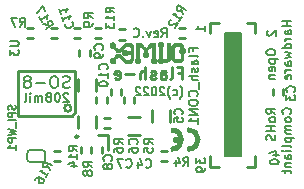
<source format=gbr>
%TF.GenerationSoftware,KiCad,Pcbnew,5.1.0-rc2-unknown-036be7d~80~ubuntu16.04.1*%
%TF.CreationDate,2022-06-01T13:33:31+03:00*%
%TF.ProjectId,Flash-e_Rev_C,466c6173-682d-4655-9f52-65765f432e6b,A*%
%TF.SameCoordinates,Original*%
%TF.FileFunction,Legend,Bot*%
%TF.FilePolarity,Positive*%
%FSLAX46Y46*%
G04 Gerber Fmt 4.6, Leading zero omitted, Abs format (unit mm)*
G04 Created by KiCad (PCBNEW 5.1.0-rc2-unknown-036be7d~80~ubuntu16.04.1) date 2022-06-01 13:33:31*
%MOMM*%
%LPD*%
G04 APERTURE LIST*
%ADD10C,0.254000*%
%ADD11C,0.190500*%
%ADD12C,0.177800*%
%ADD13C,0.200000*%
%ADD14C,0.300000*%
%ADD15C,0.009000*%
%ADD16C,0.152400*%
%ADD17C,0.150000*%
%ADD18C,0.203200*%
%ADD19C,0.158750*%
G04 APERTURE END LIST*
D10*
X138049000Y-94996000D02*
G75*
G03X138049000Y-94996000I-127000J0D01*
G01*
X140589000Y-94869000D02*
X139700000Y-94869000D01*
X140589000Y-96139000D02*
X140589000Y-94869000D01*
D11*
X153982964Y-87796460D02*
X153982964Y-87941603D01*
X154019250Y-88014175D01*
X154091821Y-88086746D01*
X154236964Y-88123032D01*
X154490964Y-88123032D01*
X154636107Y-88086746D01*
X154708678Y-88014175D01*
X154744964Y-87941603D01*
X154744964Y-87796460D01*
X154708678Y-87723889D01*
X154636107Y-87651317D01*
X154490964Y-87615032D01*
X154236964Y-87615032D01*
X154091821Y-87651317D01*
X154019250Y-87723889D01*
X153982964Y-87796460D01*
X154236964Y-88449603D02*
X154998964Y-88449603D01*
X154273250Y-88449603D02*
X154236964Y-88522175D01*
X154236964Y-88667317D01*
X154273250Y-88739889D01*
X154309535Y-88776175D01*
X154382107Y-88812460D01*
X154599821Y-88812460D01*
X154672392Y-88776175D01*
X154708678Y-88739889D01*
X154744964Y-88667317D01*
X154744964Y-88522175D01*
X154708678Y-88449603D01*
X154708678Y-89429317D02*
X154744964Y-89356746D01*
X154744964Y-89211603D01*
X154708678Y-89139032D01*
X154636107Y-89102746D01*
X154345821Y-89102746D01*
X154273250Y-89139032D01*
X154236964Y-89211603D01*
X154236964Y-89356746D01*
X154273250Y-89429317D01*
X154345821Y-89465603D01*
X154418392Y-89465603D01*
X154490964Y-89102746D01*
X154236964Y-89792175D02*
X154744964Y-89792175D01*
X154309535Y-89792175D02*
X154273250Y-89828460D01*
X154236964Y-89901032D01*
X154236964Y-90009889D01*
X154273250Y-90082460D01*
X154345821Y-90118746D01*
X154744964Y-90118746D01*
X156078464Y-85220175D02*
X155316464Y-85220175D01*
X155679321Y-85220175D02*
X155679321Y-85655603D01*
X156078464Y-85655603D02*
X155316464Y-85655603D01*
X156078464Y-86345032D02*
X155679321Y-86345032D01*
X155606750Y-86308746D01*
X155570464Y-86236175D01*
X155570464Y-86091032D01*
X155606750Y-86018460D01*
X156042178Y-86345032D02*
X156078464Y-86272460D01*
X156078464Y-86091032D01*
X156042178Y-86018460D01*
X155969607Y-85982175D01*
X155897035Y-85982175D01*
X155824464Y-86018460D01*
X155788178Y-86091032D01*
X155788178Y-86272460D01*
X155751892Y-86345032D01*
X156078464Y-86707889D02*
X155570464Y-86707889D01*
X155715607Y-86707889D02*
X155643035Y-86744175D01*
X155606750Y-86780460D01*
X155570464Y-86853032D01*
X155570464Y-86925603D01*
X156078464Y-87506175D02*
X155316464Y-87506175D01*
X156042178Y-87506175D02*
X156078464Y-87433603D01*
X156078464Y-87288460D01*
X156042178Y-87215889D01*
X156005892Y-87179603D01*
X155933321Y-87143317D01*
X155715607Y-87143317D01*
X155643035Y-87179603D01*
X155606750Y-87215889D01*
X155570464Y-87288460D01*
X155570464Y-87433603D01*
X155606750Y-87506175D01*
X155570464Y-87796460D02*
X156078464Y-87941603D01*
X155715607Y-88086746D01*
X156078464Y-88231889D01*
X155570464Y-88377032D01*
X156078464Y-88993889D02*
X155679321Y-88993889D01*
X155606750Y-88957603D01*
X155570464Y-88885032D01*
X155570464Y-88739889D01*
X155606750Y-88667317D01*
X156042178Y-88993889D02*
X156078464Y-88921317D01*
X156078464Y-88739889D01*
X156042178Y-88667317D01*
X155969607Y-88631032D01*
X155897035Y-88631032D01*
X155824464Y-88667317D01*
X155788178Y-88739889D01*
X155788178Y-88921317D01*
X155751892Y-88993889D01*
X156078464Y-89356746D02*
X155570464Y-89356746D01*
X155715607Y-89356746D02*
X155643035Y-89393032D01*
X155606750Y-89429317D01*
X155570464Y-89501889D01*
X155570464Y-89574460D01*
X156042178Y-90118746D02*
X156078464Y-90046175D01*
X156078464Y-89901032D01*
X156042178Y-89828460D01*
X155969607Y-89792175D01*
X155679321Y-89792175D01*
X155606750Y-89828460D01*
X155570464Y-89901032D01*
X155570464Y-90046175D01*
X155606750Y-90118746D01*
X155679321Y-90155032D01*
X155751892Y-90155032D01*
X155824464Y-89792175D01*
D10*
X146533809Y-89589428D02*
X146872476Y-89589428D01*
X146872476Y-90121619D02*
X146872476Y-89105619D01*
X146388666Y-89105619D01*
X145856476Y-90121619D02*
X145953238Y-90073238D01*
X146001619Y-89976476D01*
X146001619Y-89105619D01*
X145034000Y-90121619D02*
X145034000Y-89589428D01*
X145082380Y-89492666D01*
X145179142Y-89444285D01*
X145372666Y-89444285D01*
X145469428Y-89492666D01*
X145034000Y-90073238D02*
X145130761Y-90121619D01*
X145372666Y-90121619D01*
X145469428Y-90073238D01*
X145517809Y-89976476D01*
X145517809Y-89879714D01*
X145469428Y-89782952D01*
X145372666Y-89734571D01*
X145130761Y-89734571D01*
X145034000Y-89686190D01*
X144598571Y-90073238D02*
X144501809Y-90121619D01*
X144308285Y-90121619D01*
X144211523Y-90073238D01*
X144163142Y-89976476D01*
X144163142Y-89928095D01*
X144211523Y-89831333D01*
X144308285Y-89782952D01*
X144453428Y-89782952D01*
X144550190Y-89734571D01*
X144598571Y-89637809D01*
X144598571Y-89589428D01*
X144550190Y-89492666D01*
X144453428Y-89444285D01*
X144308285Y-89444285D01*
X144211523Y-89492666D01*
X143727714Y-90121619D02*
X143727714Y-89105619D01*
X143292285Y-90121619D02*
X143292285Y-89589428D01*
X143340666Y-89492666D01*
X143437428Y-89444285D01*
X143582571Y-89444285D01*
X143679333Y-89492666D01*
X143727714Y-89541047D01*
X142808476Y-89734571D02*
X142034380Y-89734571D01*
X141163523Y-90073238D02*
X141260285Y-90121619D01*
X141453809Y-90121619D01*
X141550571Y-90073238D01*
X141598952Y-89976476D01*
X141598952Y-89589428D01*
X141550571Y-89492666D01*
X141453809Y-89444285D01*
X141260285Y-89444285D01*
X141163523Y-89492666D01*
X141115142Y-89589428D01*
X141115142Y-89686190D01*
X141598952Y-89782952D01*
D11*
X154744964Y-93069682D02*
X154382107Y-92815682D01*
X154744964Y-92634253D02*
X153982964Y-92634253D01*
X153982964Y-92924539D01*
X154019250Y-92997110D01*
X154055535Y-93033396D01*
X154128107Y-93069682D01*
X154236964Y-93069682D01*
X154309535Y-93033396D01*
X154345821Y-92997110D01*
X154382107Y-92924539D01*
X154382107Y-92634253D01*
X154744964Y-93505110D02*
X154708678Y-93432539D01*
X154672392Y-93396253D01*
X154599821Y-93359967D01*
X154382107Y-93359967D01*
X154309535Y-93396253D01*
X154273250Y-93432539D01*
X154236964Y-93505110D01*
X154236964Y-93613967D01*
X154273250Y-93686539D01*
X154309535Y-93722825D01*
X154382107Y-93759110D01*
X154599821Y-93759110D01*
X154672392Y-93722825D01*
X154708678Y-93686539D01*
X154744964Y-93613967D01*
X154744964Y-93505110D01*
X154744964Y-94085682D02*
X153982964Y-94085682D01*
X154345821Y-94085682D02*
X154345821Y-94521110D01*
X154744964Y-94521110D02*
X153982964Y-94521110D01*
X154708678Y-94847682D02*
X154744964Y-94956539D01*
X154744964Y-95137967D01*
X154708678Y-95210539D01*
X154672392Y-95246825D01*
X154599821Y-95283110D01*
X154527250Y-95283110D01*
X154454678Y-95246825D01*
X154418392Y-95210539D01*
X154382107Y-95137967D01*
X154345821Y-94992825D01*
X154309535Y-94920253D01*
X154273250Y-94883967D01*
X154200678Y-94847682D01*
X154128107Y-94847682D01*
X154055535Y-94883967D01*
X154019250Y-94920253D01*
X153982964Y-94992825D01*
X153982964Y-95174253D01*
X154019250Y-95283110D01*
X156005892Y-93069682D02*
X156042178Y-93033396D01*
X156078464Y-92924539D01*
X156078464Y-92851967D01*
X156042178Y-92743110D01*
X155969607Y-92670539D01*
X155897035Y-92634253D01*
X155751892Y-92597967D01*
X155643035Y-92597967D01*
X155497892Y-92634253D01*
X155425321Y-92670539D01*
X155352750Y-92743110D01*
X155316464Y-92851967D01*
X155316464Y-92924539D01*
X155352750Y-93033396D01*
X155389035Y-93069682D01*
X156078464Y-93505110D02*
X156042178Y-93432539D01*
X156005892Y-93396253D01*
X155933321Y-93359967D01*
X155715607Y-93359967D01*
X155643035Y-93396253D01*
X155606750Y-93432539D01*
X155570464Y-93505110D01*
X155570464Y-93613967D01*
X155606750Y-93686539D01*
X155643035Y-93722825D01*
X155715607Y-93759110D01*
X155933321Y-93759110D01*
X156005892Y-93722825D01*
X156042178Y-93686539D01*
X156078464Y-93613967D01*
X156078464Y-93505110D01*
X156078464Y-94085682D02*
X155570464Y-94085682D01*
X155643035Y-94085682D02*
X155606750Y-94121967D01*
X155570464Y-94194539D01*
X155570464Y-94303396D01*
X155606750Y-94375967D01*
X155679321Y-94412253D01*
X156078464Y-94412253D01*
X155679321Y-94412253D02*
X155606750Y-94448539D01*
X155570464Y-94521110D01*
X155570464Y-94629967D01*
X155606750Y-94702539D01*
X155679321Y-94738825D01*
X156078464Y-94738825D01*
X155570464Y-95101682D02*
X156332464Y-95101682D01*
X155606750Y-95101682D02*
X155570464Y-95174253D01*
X155570464Y-95319396D01*
X155606750Y-95391967D01*
X155643035Y-95428253D01*
X155715607Y-95464539D01*
X155933321Y-95464539D01*
X156005892Y-95428253D01*
X156042178Y-95391967D01*
X156078464Y-95319396D01*
X156078464Y-95174253D01*
X156042178Y-95101682D01*
X156078464Y-95899967D02*
X156042178Y-95827396D01*
X155969607Y-95791110D01*
X155316464Y-95791110D01*
X156078464Y-96190253D02*
X155570464Y-96190253D01*
X155316464Y-96190253D02*
X155352750Y-96153967D01*
X155389035Y-96190253D01*
X155352750Y-96226539D01*
X155316464Y-96190253D01*
X155389035Y-96190253D01*
X156078464Y-96879682D02*
X155679321Y-96879682D01*
X155606750Y-96843396D01*
X155570464Y-96770825D01*
X155570464Y-96625682D01*
X155606750Y-96553110D01*
X156042178Y-96879682D02*
X156078464Y-96807110D01*
X156078464Y-96625682D01*
X156042178Y-96553110D01*
X155969607Y-96516825D01*
X155897035Y-96516825D01*
X155824464Y-96553110D01*
X155788178Y-96625682D01*
X155788178Y-96807110D01*
X155751892Y-96879682D01*
X155570464Y-97242539D02*
X156078464Y-97242539D01*
X155643035Y-97242539D02*
X155606750Y-97278825D01*
X155570464Y-97351396D01*
X155570464Y-97460253D01*
X155606750Y-97532825D01*
X155679321Y-97569110D01*
X156078464Y-97569110D01*
X155570464Y-97823110D02*
X155570464Y-98113396D01*
X155316464Y-97931967D02*
X155969607Y-97931967D01*
X156042178Y-97968253D01*
X156078464Y-98040825D01*
X156078464Y-98113396D01*
X145088428Y-86577714D02*
X145342428Y-86214857D01*
X145523857Y-86577714D02*
X145523857Y-85815714D01*
X145233571Y-85815714D01*
X145161000Y-85852000D01*
X145124714Y-85888285D01*
X145088428Y-85960857D01*
X145088428Y-86069714D01*
X145124714Y-86142285D01*
X145161000Y-86178571D01*
X145233571Y-86214857D01*
X145523857Y-86214857D01*
X144471571Y-86541428D02*
X144544142Y-86577714D01*
X144689285Y-86577714D01*
X144761857Y-86541428D01*
X144798142Y-86468857D01*
X144798142Y-86178571D01*
X144761857Y-86106000D01*
X144689285Y-86069714D01*
X144544142Y-86069714D01*
X144471571Y-86106000D01*
X144435285Y-86178571D01*
X144435285Y-86251142D01*
X144798142Y-86323714D01*
X144181285Y-86069714D02*
X143999857Y-86577714D01*
X143818428Y-86069714D01*
X143528142Y-86505142D02*
X143491857Y-86541428D01*
X143528142Y-86577714D01*
X143564428Y-86541428D01*
X143528142Y-86505142D01*
X143528142Y-86577714D01*
X142729857Y-86505142D02*
X142766142Y-86541428D01*
X142875000Y-86577714D01*
X142947571Y-86577714D01*
X143056428Y-86541428D01*
X143129000Y-86468857D01*
X143165285Y-86396285D01*
X143201571Y-86251142D01*
X143201571Y-86142285D01*
X143165285Y-85997142D01*
X143129000Y-85924571D01*
X143056428Y-85852000D01*
X142947571Y-85815714D01*
X142875000Y-85815714D01*
X142766142Y-85852000D01*
X142729857Y-85888285D01*
D12*
X146668066Y-91778666D02*
X146701933Y-91744800D01*
X146769666Y-91643200D01*
X146803533Y-91575466D01*
X146837400Y-91473866D01*
X146871266Y-91304533D01*
X146871266Y-91169066D01*
X146837400Y-90999733D01*
X146803533Y-90898133D01*
X146769666Y-90830400D01*
X146701933Y-90728800D01*
X146668066Y-90694933D01*
X146092333Y-91473866D02*
X146160066Y-91507733D01*
X146295533Y-91507733D01*
X146363266Y-91473866D01*
X146397133Y-91440000D01*
X146431000Y-91372266D01*
X146431000Y-91169066D01*
X146397133Y-91101333D01*
X146363266Y-91067466D01*
X146295533Y-91033600D01*
X146160066Y-91033600D01*
X146092333Y-91067466D01*
X145855266Y-91778666D02*
X145821400Y-91744800D01*
X145753666Y-91643200D01*
X145719800Y-91575466D01*
X145685933Y-91473866D01*
X145652066Y-91304533D01*
X145652066Y-91169066D01*
X145685933Y-90999733D01*
X145719800Y-90898133D01*
X145753666Y-90830400D01*
X145821400Y-90728800D01*
X145855266Y-90694933D01*
X145347266Y-90864266D02*
X145313400Y-90830400D01*
X145245666Y-90796533D01*
X145076333Y-90796533D01*
X145008600Y-90830400D01*
X144974733Y-90864266D01*
X144940866Y-90932000D01*
X144940866Y-90999733D01*
X144974733Y-91101333D01*
X145381133Y-91507733D01*
X144940866Y-91507733D01*
X144500600Y-90796533D02*
X144432866Y-90796533D01*
X144365133Y-90830400D01*
X144331266Y-90864266D01*
X144297400Y-90932000D01*
X144263533Y-91067466D01*
X144263533Y-91236800D01*
X144297400Y-91372266D01*
X144331266Y-91440000D01*
X144365133Y-91473866D01*
X144432866Y-91507733D01*
X144500600Y-91507733D01*
X144568333Y-91473866D01*
X144602200Y-91440000D01*
X144636066Y-91372266D01*
X144669933Y-91236800D01*
X144669933Y-91067466D01*
X144636066Y-90932000D01*
X144602200Y-90864266D01*
X144568333Y-90830400D01*
X144500600Y-90796533D01*
X143992600Y-90864266D02*
X143958733Y-90830400D01*
X143891000Y-90796533D01*
X143721666Y-90796533D01*
X143653933Y-90830400D01*
X143620066Y-90864266D01*
X143586200Y-90932000D01*
X143586200Y-90999733D01*
X143620066Y-91101333D01*
X144026466Y-91507733D01*
X143586200Y-91507733D01*
X143315266Y-90864266D02*
X143281400Y-90830400D01*
X143213666Y-90796533D01*
X143044333Y-90796533D01*
X142976600Y-90830400D01*
X142942733Y-90864266D01*
X142908866Y-90932000D01*
X142908866Y-90999733D01*
X142942733Y-91101333D01*
X143349133Y-91507733D01*
X142908866Y-91507733D01*
D10*
%TO.C,Flash_CON1*%
X149230000Y-85340000D02*
X149930000Y-85340000D01*
X149230000Y-97540000D02*
X149230000Y-96640000D01*
X149930000Y-97540000D02*
X149230000Y-97540000D01*
X149230000Y-86240000D02*
X149230000Y-85340000D01*
X153030000Y-85340000D02*
X153030000Y-86240000D01*
D13*
G36*
X150430000Y-86240000D02*
G01*
X150430000Y-96640000D01*
X151830000Y-96640000D01*
X151830000Y-86240000D01*
X150430000Y-86240000D01*
G37*
X150430000Y-86240000D02*
X150430000Y-96640000D01*
X151830000Y-96640000D01*
X151830000Y-86240000D01*
X150430000Y-86240000D01*
D10*
X153030000Y-96640000D02*
X153030000Y-97540000D01*
X153030000Y-97540000D02*
X152330000Y-97540000D01*
X152330000Y-85340000D02*
X153030000Y-85340000D01*
%TO.C,U3*%
X137779760Y-89413080D02*
X132984240Y-89413080D01*
X137515600Y-93212920D02*
X137779760Y-92946220D01*
X132984240Y-93212920D02*
X137515600Y-93212920D01*
X137795000Y-89408000D02*
X137795000Y-92964000D01*
X132969000Y-89408000D02*
X132969000Y-93218000D01*
X137443981Y-92583000D02*
G75*
G03X137443981Y-92583000I-283981J0D01*
G01*
%TO.C,Sign_CE_Small*%
X145985000Y-96150000D02*
G75*
G03X145985000Y-94350000I0J900000D01*
G01*
D14*
X146006940Y-96018221D02*
G75*
G03X146085000Y-94488000I-21940J768221D01*
G01*
D10*
X145985000Y-95950000D02*
G75*
G03X145985000Y-94550000I0J700000D01*
G01*
D14*
X147448500Y-96012000D02*
G75*
G03X147448500Y-94488000I-63500J762000D01*
G01*
D10*
X147385000Y-96150000D02*
G75*
G03X147385000Y-94350000I0J900000D01*
G01*
X147385000Y-95950000D02*
G75*
G03X147385000Y-94550000I0J700000D01*
G01*
X146185000Y-95250000D02*
X146685000Y-95250000D01*
X146185000Y-95150000D02*
X146185000Y-95350000D01*
X147385000Y-94350000D02*
X147385000Y-94550000D01*
X147385000Y-95950000D02*
X147385000Y-96150000D01*
X145985000Y-95950000D02*
X145985000Y-96150000D01*
X145985000Y-94350000D02*
X145985000Y-94550000D01*
X146185000Y-95350000D02*
X146685000Y-95350000D01*
X146185000Y-95150000D02*
X146685000Y-95150000D01*
D15*
%TO.C,Logo_OLimeX*%
G36*
X144768027Y-87206916D02*
G01*
X144775353Y-87260002D01*
X144796120Y-87311066D01*
X144814467Y-87338862D01*
X144834238Y-87361796D01*
X144855684Y-87382611D01*
X144863909Y-87389295D01*
X144888800Y-87407750D01*
X144889010Y-87821135D01*
X144889220Y-88234520D01*
X144934940Y-88234520D01*
X144934940Y-87202010D01*
X144938007Y-87167815D01*
X144948575Y-87145758D01*
X144968698Y-87133743D01*
X145000429Y-87129675D01*
X145005874Y-87129620D01*
X145031529Y-87131395D01*
X145052358Y-87135928D01*
X145059632Y-87139349D01*
X145072853Y-87157345D01*
X145079833Y-87183891D01*
X145080563Y-87213667D01*
X145075032Y-87241350D01*
X145063232Y-87261617D01*
X145059862Y-87264503D01*
X145039757Y-87272286D01*
X145012251Y-87274836D01*
X144983480Y-87272449D01*
X144959580Y-87265426D01*
X144950180Y-87259160D01*
X144940325Y-87244476D01*
X144935725Y-87223019D01*
X144934940Y-87202010D01*
X144934940Y-88234520D01*
X145007330Y-88234520D01*
X145125440Y-88234520D01*
X145125462Y-87821135D01*
X145125484Y-87407750D01*
X145148799Y-87392510D01*
X145171587Y-87372852D01*
X145196268Y-87344103D01*
X145218990Y-87311288D01*
X145235904Y-87279432D01*
X145236451Y-87278138D01*
X145246908Y-87236865D01*
X145248114Y-87189699D01*
X145240360Y-87142625D01*
X145228265Y-87109796D01*
X145197381Y-87061660D01*
X145155933Y-87018707D01*
X145108559Y-86985609D01*
X145101243Y-86981791D01*
X145051723Y-86965142D01*
X144998247Y-86960996D01*
X144945573Y-86969355D01*
X144913417Y-86981791D01*
X144861933Y-87014713D01*
X144821093Y-87055705D01*
X144791456Y-87102748D01*
X144773581Y-87153825D01*
X144768027Y-87206916D01*
X144768027Y-87206916D01*
G37*
X144768027Y-87206916D02*
X144775353Y-87260002D01*
X144796120Y-87311066D01*
X144814467Y-87338862D01*
X144834238Y-87361796D01*
X144855684Y-87382611D01*
X144863909Y-87389295D01*
X144888800Y-87407750D01*
X144889010Y-87821135D01*
X144889220Y-88234520D01*
X144934940Y-88234520D01*
X144934940Y-87202010D01*
X144938007Y-87167815D01*
X144948575Y-87145758D01*
X144968698Y-87133743D01*
X145000429Y-87129675D01*
X145005874Y-87129620D01*
X145031529Y-87131395D01*
X145052358Y-87135928D01*
X145059632Y-87139349D01*
X145072853Y-87157345D01*
X145079833Y-87183891D01*
X145080563Y-87213667D01*
X145075032Y-87241350D01*
X145063232Y-87261617D01*
X145059862Y-87264503D01*
X145039757Y-87272286D01*
X145012251Y-87274836D01*
X144983480Y-87272449D01*
X144959580Y-87265426D01*
X144950180Y-87259160D01*
X144940325Y-87244476D01*
X144935725Y-87223019D01*
X144934940Y-87202010D01*
X144934940Y-88234520D01*
X145007330Y-88234520D01*
X145125440Y-88234520D01*
X145125462Y-87821135D01*
X145125484Y-87407750D01*
X145148799Y-87392510D01*
X145171587Y-87372852D01*
X145196268Y-87344103D01*
X145218990Y-87311288D01*
X145235904Y-87279432D01*
X145236451Y-87278138D01*
X145246908Y-87236865D01*
X145248114Y-87189699D01*
X145240360Y-87142625D01*
X145228265Y-87109796D01*
X145197381Y-87061660D01*
X145155933Y-87018707D01*
X145108559Y-86985609D01*
X145101243Y-86981791D01*
X145051723Y-86965142D01*
X144998247Y-86960996D01*
X144945573Y-86969355D01*
X144913417Y-86981791D01*
X144861933Y-87014713D01*
X144821093Y-87055705D01*
X144791456Y-87102748D01*
X144773581Y-87153825D01*
X144768027Y-87206916D01*
G36*
X145916681Y-87894469D02*
G01*
X145916804Y-87975315D01*
X145917172Y-88054484D01*
X145917785Y-88130439D01*
X145918644Y-88201645D01*
X145919749Y-88266565D01*
X145921100Y-88323665D01*
X145922699Y-88371407D01*
X145924545Y-88408258D01*
X145926639Y-88432680D01*
X145928564Y-88442410D01*
X145937923Y-88456554D01*
X145956292Y-88478533D01*
X145981489Y-88506183D01*
X146011328Y-88537335D01*
X146043626Y-88569824D01*
X146076198Y-88601484D01*
X146106862Y-88630148D01*
X146133432Y-88653650D01*
X146153726Y-88669824D01*
X146154140Y-88670073D01*
X146154140Y-88353070D01*
X146154140Y-87888221D01*
X146154140Y-87423372D01*
X146205371Y-87371746D01*
X146256601Y-87320120D01*
X146435684Y-87320120D01*
X146614768Y-87320120D01*
X146666394Y-87371351D01*
X146690286Y-87395358D01*
X146705364Y-87412321D01*
X146713656Y-87425906D01*
X146717188Y-87439780D01*
X146717988Y-87457609D01*
X146717998Y-87464696D01*
X146717183Y-87489693D01*
X146713334Y-87504776D01*
X146704293Y-87515243D01*
X146694661Y-87522050D01*
X146669993Y-87543443D01*
X146644557Y-87574045D01*
X146622257Y-87608561D01*
X146607480Y-87640302D01*
X146596600Y-87693092D01*
X146599404Y-87747326D01*
X146614955Y-87800152D01*
X146642316Y-87848717D01*
X146680551Y-87890166D01*
X146692709Y-87899835D01*
X146717600Y-87918290D01*
X146717810Y-88131459D01*
X146718020Y-88344627D01*
X146666789Y-88396254D01*
X146615559Y-88447880D01*
X146432679Y-88447880D01*
X146249800Y-88447880D01*
X146201970Y-88400475D01*
X146154140Y-88353070D01*
X146154140Y-88670073D01*
X146164161Y-88676102D01*
X146179190Y-88678766D01*
X146207033Y-88680904D01*
X146245405Y-88682531D01*
X146292022Y-88683660D01*
X146344600Y-88684304D01*
X146400856Y-88684478D01*
X146458503Y-88684195D01*
X146515260Y-88683470D01*
X146568840Y-88682314D01*
X146616961Y-88680743D01*
X146657337Y-88678770D01*
X146687686Y-88676409D01*
X146705721Y-88673672D01*
X146708252Y-88672842D01*
X146723298Y-88663161D01*
X146746250Y-88644578D01*
X146763740Y-88629121D01*
X146763740Y-87712550D01*
X146766807Y-87678355D01*
X146777375Y-87656298D01*
X146797498Y-87644283D01*
X146829229Y-87640215D01*
X146834674Y-87640160D01*
X146860329Y-87641935D01*
X146881158Y-87646468D01*
X146888432Y-87649889D01*
X146901653Y-87667885D01*
X146908633Y-87694431D01*
X146909363Y-87724207D01*
X146903832Y-87751890D01*
X146892032Y-87772157D01*
X146888662Y-87775043D01*
X146868557Y-87782826D01*
X146841051Y-87785376D01*
X146812280Y-87782989D01*
X146788380Y-87775966D01*
X146778980Y-87769700D01*
X146769125Y-87755016D01*
X146764525Y-87733559D01*
X146763740Y-87712550D01*
X146763740Y-88629121D01*
X146774858Y-88619295D01*
X146806873Y-88589509D01*
X146840047Y-88557423D01*
X146872128Y-88525234D01*
X146900869Y-88495144D01*
X146924020Y-88469352D01*
X146939331Y-88450058D01*
X146943864Y-88442410D01*
X146946891Y-88431799D01*
X146949313Y-88414833D01*
X146951185Y-88390081D01*
X146952561Y-88356113D01*
X146953495Y-88311498D01*
X146954042Y-88254806D01*
X146954254Y-88184605D01*
X146954262Y-88168090D01*
X146954284Y-87918290D01*
X146977599Y-87903050D01*
X147000387Y-87883392D01*
X147025068Y-87854643D01*
X147047790Y-87821828D01*
X147064704Y-87789972D01*
X147065251Y-87788678D01*
X147073502Y-87756773D01*
X147076645Y-87717296D01*
X147074683Y-87677035D01*
X147067614Y-87642775D01*
X147065251Y-87636422D01*
X147048680Y-87604723D01*
X147026131Y-87571845D01*
X147001456Y-87542813D01*
X146978504Y-87522652D01*
X146977599Y-87522050D01*
X146954284Y-87506810D01*
X146954262Y-87433011D01*
X146953435Y-87398419D01*
X146951239Y-87367387D01*
X146948065Y-87344589D01*
X146946244Y-87337761D01*
X146937782Y-87324425D01*
X146920189Y-87302949D01*
X146895585Y-87275473D01*
X146866092Y-87244132D01*
X146833832Y-87211067D01*
X146800924Y-87178414D01*
X146769492Y-87148312D01*
X146741656Y-87122899D01*
X146719538Y-87104313D01*
X146705258Y-87094692D01*
X146704930Y-87094545D01*
X146689663Y-87091317D01*
X146661480Y-87088613D01*
X146622695Y-87086434D01*
X146575623Y-87084782D01*
X146522579Y-87083656D01*
X146465877Y-87083059D01*
X146407833Y-87082991D01*
X146350760Y-87083454D01*
X146296974Y-87084448D01*
X146248790Y-87085976D01*
X146208521Y-87088038D01*
X146178483Y-87090635D01*
X146160991Y-87093768D01*
X146159610Y-87094276D01*
X146144989Y-87103892D01*
X146122595Y-87122763D01*
X146094632Y-87148624D01*
X146063302Y-87179211D01*
X146030808Y-87212257D01*
X145999354Y-87245498D01*
X145971142Y-87276667D01*
X145948375Y-87303499D01*
X145933257Y-87323729D01*
X145928844Y-87331585D01*
X145926538Y-87344744D01*
X145924473Y-87371583D01*
X145922650Y-87410565D01*
X145921069Y-87460156D01*
X145919729Y-87518819D01*
X145918633Y-87585019D01*
X145917779Y-87657219D01*
X145917169Y-87733885D01*
X145916803Y-87813480D01*
X145916681Y-87894469D01*
X145916681Y-87894469D01*
G37*
X145916681Y-87894469D02*
X145916804Y-87975315D01*
X145917172Y-88054484D01*
X145917785Y-88130439D01*
X145918644Y-88201645D01*
X145919749Y-88266565D01*
X145921100Y-88323665D01*
X145922699Y-88371407D01*
X145924545Y-88408258D01*
X145926639Y-88432680D01*
X145928564Y-88442410D01*
X145937923Y-88456554D01*
X145956292Y-88478533D01*
X145981489Y-88506183D01*
X146011328Y-88537335D01*
X146043626Y-88569824D01*
X146076198Y-88601484D01*
X146106862Y-88630148D01*
X146133432Y-88653650D01*
X146153726Y-88669824D01*
X146154140Y-88670073D01*
X146154140Y-88353070D01*
X146154140Y-87888221D01*
X146154140Y-87423372D01*
X146205371Y-87371746D01*
X146256601Y-87320120D01*
X146435684Y-87320120D01*
X146614768Y-87320120D01*
X146666394Y-87371351D01*
X146690286Y-87395358D01*
X146705364Y-87412321D01*
X146713656Y-87425906D01*
X146717188Y-87439780D01*
X146717988Y-87457609D01*
X146717998Y-87464696D01*
X146717183Y-87489693D01*
X146713334Y-87504776D01*
X146704293Y-87515243D01*
X146694661Y-87522050D01*
X146669993Y-87543443D01*
X146644557Y-87574045D01*
X146622257Y-87608561D01*
X146607480Y-87640302D01*
X146596600Y-87693092D01*
X146599404Y-87747326D01*
X146614955Y-87800152D01*
X146642316Y-87848717D01*
X146680551Y-87890166D01*
X146692709Y-87899835D01*
X146717600Y-87918290D01*
X146717810Y-88131459D01*
X146718020Y-88344627D01*
X146666789Y-88396254D01*
X146615559Y-88447880D01*
X146432679Y-88447880D01*
X146249800Y-88447880D01*
X146201970Y-88400475D01*
X146154140Y-88353070D01*
X146154140Y-88670073D01*
X146164161Y-88676102D01*
X146179190Y-88678766D01*
X146207033Y-88680904D01*
X146245405Y-88682531D01*
X146292022Y-88683660D01*
X146344600Y-88684304D01*
X146400856Y-88684478D01*
X146458503Y-88684195D01*
X146515260Y-88683470D01*
X146568840Y-88682314D01*
X146616961Y-88680743D01*
X146657337Y-88678770D01*
X146687686Y-88676409D01*
X146705721Y-88673672D01*
X146708252Y-88672842D01*
X146723298Y-88663161D01*
X146746250Y-88644578D01*
X146763740Y-88629121D01*
X146763740Y-87712550D01*
X146766807Y-87678355D01*
X146777375Y-87656298D01*
X146797498Y-87644283D01*
X146829229Y-87640215D01*
X146834674Y-87640160D01*
X146860329Y-87641935D01*
X146881158Y-87646468D01*
X146888432Y-87649889D01*
X146901653Y-87667885D01*
X146908633Y-87694431D01*
X146909363Y-87724207D01*
X146903832Y-87751890D01*
X146892032Y-87772157D01*
X146888662Y-87775043D01*
X146868557Y-87782826D01*
X146841051Y-87785376D01*
X146812280Y-87782989D01*
X146788380Y-87775966D01*
X146778980Y-87769700D01*
X146769125Y-87755016D01*
X146764525Y-87733559D01*
X146763740Y-87712550D01*
X146763740Y-88629121D01*
X146774858Y-88619295D01*
X146806873Y-88589509D01*
X146840047Y-88557423D01*
X146872128Y-88525234D01*
X146900869Y-88495144D01*
X146924020Y-88469352D01*
X146939331Y-88450058D01*
X146943864Y-88442410D01*
X146946891Y-88431799D01*
X146949313Y-88414833D01*
X146951185Y-88390081D01*
X146952561Y-88356113D01*
X146953495Y-88311498D01*
X146954042Y-88254806D01*
X146954254Y-88184605D01*
X146954262Y-88168090D01*
X146954284Y-87918290D01*
X146977599Y-87903050D01*
X147000387Y-87883392D01*
X147025068Y-87854643D01*
X147047790Y-87821828D01*
X147064704Y-87789972D01*
X147065251Y-87788678D01*
X147073502Y-87756773D01*
X147076645Y-87717296D01*
X147074683Y-87677035D01*
X147067614Y-87642775D01*
X147065251Y-87636422D01*
X147048680Y-87604723D01*
X147026131Y-87571845D01*
X147001456Y-87542813D01*
X146978504Y-87522652D01*
X146977599Y-87522050D01*
X146954284Y-87506810D01*
X146954262Y-87433011D01*
X146953435Y-87398419D01*
X146951239Y-87367387D01*
X146948065Y-87344589D01*
X146946244Y-87337761D01*
X146937782Y-87324425D01*
X146920189Y-87302949D01*
X146895585Y-87275473D01*
X146866092Y-87244132D01*
X146833832Y-87211067D01*
X146800924Y-87178414D01*
X146769492Y-87148312D01*
X146741656Y-87122899D01*
X146719538Y-87104313D01*
X146705258Y-87094692D01*
X146704930Y-87094545D01*
X146689663Y-87091317D01*
X146661480Y-87088613D01*
X146622695Y-87086434D01*
X146575623Y-87084782D01*
X146522579Y-87083656D01*
X146465877Y-87083059D01*
X146407833Y-87082991D01*
X146350760Y-87083454D01*
X146296974Y-87084448D01*
X146248790Y-87085976D01*
X146208521Y-87088038D01*
X146178483Y-87090635D01*
X146160991Y-87093768D01*
X146159610Y-87094276D01*
X146144989Y-87103892D01*
X146122595Y-87122763D01*
X146094632Y-87148624D01*
X146063302Y-87179211D01*
X146030808Y-87212257D01*
X145999354Y-87245498D01*
X145971142Y-87276667D01*
X145948375Y-87303499D01*
X145933257Y-87323729D01*
X145928844Y-87331585D01*
X145926538Y-87344744D01*
X145924473Y-87371583D01*
X145922650Y-87410565D01*
X145921069Y-87460156D01*
X145919729Y-87518819D01*
X145918633Y-87585019D01*
X145917779Y-87657219D01*
X145917169Y-87733885D01*
X145916803Y-87813480D01*
X145916681Y-87894469D01*
G36*
X140708698Y-88556094D02*
G01*
X140710886Y-88604273D01*
X140720846Y-88647558D01*
X140726795Y-88661742D01*
X140750333Y-88698381D01*
X140783079Y-88734932D01*
X140819980Y-88766350D01*
X140850118Y-88784900D01*
X140873480Y-88792751D01*
X140873480Y-88565990D01*
X140876546Y-88531795D01*
X140887115Y-88509738D01*
X140907238Y-88497723D01*
X140938969Y-88493655D01*
X140944414Y-88493600D01*
X140970069Y-88495375D01*
X140990898Y-88499908D01*
X140998172Y-88503329D01*
X141011393Y-88521325D01*
X141018373Y-88547871D01*
X141019103Y-88577647D01*
X141013572Y-88605330D01*
X141001772Y-88625597D01*
X140998403Y-88628483D01*
X140978297Y-88636266D01*
X140950791Y-88638816D01*
X140922020Y-88636429D01*
X140898120Y-88629406D01*
X140888720Y-88623140D01*
X140878865Y-88608456D01*
X140874265Y-88586999D01*
X140873480Y-88565990D01*
X140873480Y-88792751D01*
X140885748Y-88796874D01*
X140928504Y-88803290D01*
X140972123Y-88803784D01*
X141010343Y-88797993D01*
X141020366Y-88794770D01*
X141070233Y-88768326D01*
X141115591Y-88730044D01*
X141153040Y-88683288D01*
X141175217Y-88641577D01*
X141183386Y-88609803D01*
X141186411Y-88570414D01*
X141184315Y-88530131D01*
X141177121Y-88495675D01*
X141174686Y-88489133D01*
X141162520Y-88460015D01*
X141275080Y-88347267D01*
X141387639Y-88234520D01*
X141429689Y-88234520D01*
X141471739Y-88234520D01*
X141715535Y-88479123D01*
X141766563Y-88530019D01*
X141815037Y-88577788D01*
X141859752Y-88621287D01*
X141899504Y-88659369D01*
X141933089Y-88690888D01*
X141959304Y-88714701D01*
X141976943Y-88729660D01*
X141983850Y-88734393D01*
X141999583Y-88737808D01*
X142028078Y-88740628D01*
X142066866Y-88742854D01*
X142113482Y-88744484D01*
X142165457Y-88745516D01*
X142220325Y-88745948D01*
X142275619Y-88745780D01*
X142328871Y-88745009D01*
X142377614Y-88743635D01*
X142419382Y-88741655D01*
X142451706Y-88739069D01*
X142472120Y-88735874D01*
X142475830Y-88734684D01*
X142490451Y-88725068D01*
X142512845Y-88706197D01*
X142540808Y-88680336D01*
X142572138Y-88649749D01*
X142604632Y-88616703D01*
X142636086Y-88583462D01*
X142664298Y-88552293D01*
X142687065Y-88525461D01*
X142702183Y-88505231D01*
X142706596Y-88497375D01*
X142708881Y-88484253D01*
X142710930Y-88457392D01*
X142712743Y-88418292D01*
X142714319Y-88368453D01*
X142715658Y-88309374D01*
X142716761Y-88242556D01*
X142717627Y-88169497D01*
X142718256Y-88091698D01*
X142718649Y-88010658D01*
X142718806Y-87927877D01*
X142718725Y-87844854D01*
X142718409Y-87763089D01*
X142717855Y-87684082D01*
X142717065Y-87609333D01*
X142716039Y-87540340D01*
X142714776Y-87478604D01*
X142713276Y-87425625D01*
X142711540Y-87382901D01*
X142709567Y-87351933D01*
X142707358Y-87334221D01*
X142706596Y-87331585D01*
X142696960Y-87316256D01*
X142678391Y-87293002D01*
X142653090Y-87264089D01*
X142623261Y-87231783D01*
X142591106Y-87198348D01*
X142558829Y-87166050D01*
X142528633Y-87137155D01*
X142502720Y-87113928D01*
X142483294Y-87098635D01*
X142475830Y-87094276D01*
X142459899Y-87090881D01*
X142431243Y-87088093D01*
X142392326Y-87085913D01*
X142345618Y-87084339D01*
X142293585Y-87083369D01*
X142238693Y-87083001D01*
X142183411Y-87083235D01*
X142130206Y-87084068D01*
X142081544Y-87085500D01*
X142039893Y-87087529D01*
X142007719Y-87090153D01*
X141987491Y-87093372D01*
X141983850Y-87094567D01*
X141973486Y-87102079D01*
X141953638Y-87119309D01*
X141925510Y-87145112D01*
X141890305Y-87178343D01*
X141849228Y-87217855D01*
X141803483Y-87262504D01*
X141754273Y-87311144D01*
X141715535Y-87349837D01*
X141471739Y-87594440D01*
X141429689Y-87594440D01*
X141387639Y-87594440D01*
X141275080Y-87481692D01*
X141162520Y-87368945D01*
X141174686Y-87339827D01*
X141185423Y-87297661D01*
X141186622Y-87249810D01*
X141178560Y-87202244D01*
X141166805Y-87170756D01*
X141135921Y-87122620D01*
X141094473Y-87079667D01*
X141047099Y-87046569D01*
X141039783Y-87042751D01*
X140990263Y-87026102D01*
X140936787Y-87021956D01*
X140884113Y-87030315D01*
X140851957Y-87042751D01*
X140807529Y-87071297D01*
X140767039Y-87109123D01*
X140735294Y-87151484D01*
X140727548Y-87165663D01*
X140717502Y-87189926D01*
X140711948Y-87215259D01*
X140709799Y-87247559D01*
X140709650Y-87262970D01*
X140713134Y-87312951D01*
X140724917Y-87354444D01*
X140746994Y-87392189D01*
X140779634Y-87429206D01*
X140826896Y-87467813D01*
X140873480Y-87490034D01*
X140873480Y-87262970D01*
X140876546Y-87228775D01*
X140887115Y-87206718D01*
X140907238Y-87194703D01*
X140938969Y-87190635D01*
X140944414Y-87190580D01*
X140970069Y-87192355D01*
X140990898Y-87196888D01*
X140998172Y-87200309D01*
X141011393Y-87218305D01*
X141018373Y-87244851D01*
X141019103Y-87274627D01*
X141013572Y-87302310D01*
X141001772Y-87322577D01*
X140998403Y-87325463D01*
X140978297Y-87333246D01*
X140950791Y-87335796D01*
X140922020Y-87333409D01*
X140898120Y-87326386D01*
X140888720Y-87320120D01*
X140878865Y-87305436D01*
X140874265Y-87283979D01*
X140873480Y-87262970D01*
X140873480Y-87490034D01*
X140877192Y-87491805D01*
X140926406Y-87501346D01*
X140968730Y-87504509D01*
X141124940Y-87659600D01*
X141165921Y-87699836D01*
X141204383Y-87736749D01*
X141238744Y-87768885D01*
X141267422Y-87794793D01*
X141288837Y-87813023D01*
X141301406Y-87822121D01*
X141302601Y-87822675D01*
X141321638Y-87826570D01*
X141351868Y-87829197D01*
X141389575Y-87830594D01*
X141431043Y-87830801D01*
X141472555Y-87829855D01*
X141510396Y-87827795D01*
X141540850Y-87824659D01*
X141560200Y-87820487D01*
X141561430Y-87819993D01*
X141571794Y-87812481D01*
X141591642Y-87795251D01*
X141619770Y-87769448D01*
X141654975Y-87736217D01*
X141696052Y-87696705D01*
X141741797Y-87652056D01*
X141791007Y-87603416D01*
X141829745Y-87564723D01*
X142073541Y-87320120D01*
X142226190Y-87320120D01*
X142378839Y-87320120D01*
X142430069Y-87371746D01*
X142481300Y-87423372D01*
X142481300Y-87596536D01*
X142481300Y-87769700D01*
X142330805Y-87769678D01*
X142180310Y-87769656D01*
X142165070Y-87746341D01*
X142145674Y-87723837D01*
X142117283Y-87699345D01*
X142084959Y-87676762D01*
X142053763Y-87659986D01*
X142051837Y-87659165D01*
X142012987Y-87649310D01*
X141967569Y-87647551D01*
X141921733Y-87653586D01*
X141881629Y-87667112D01*
X141880657Y-87667591D01*
X141836229Y-87696137D01*
X141795739Y-87733963D01*
X141763994Y-87776324D01*
X141756248Y-87790503D01*
X141742960Y-87830748D01*
X141737398Y-87877914D01*
X141739586Y-87926093D01*
X141749546Y-87969378D01*
X141755495Y-87983562D01*
X141778989Y-88020149D01*
X141811645Y-88056619D01*
X141848439Y-88087954D01*
X141878818Y-88106616D01*
X141902180Y-88114398D01*
X141902180Y-87887810D01*
X141905246Y-87853615D01*
X141915815Y-87831558D01*
X141935938Y-87819543D01*
X141967669Y-87815475D01*
X141973114Y-87815420D01*
X141998769Y-87817195D01*
X142019598Y-87821728D01*
X142026872Y-87825149D01*
X142040093Y-87843145D01*
X142047073Y-87869691D01*
X142047803Y-87899467D01*
X142042272Y-87927150D01*
X142030472Y-87947417D01*
X142027103Y-87950303D01*
X142006997Y-87958086D01*
X141979491Y-87960636D01*
X141950720Y-87958249D01*
X141926820Y-87951226D01*
X141917420Y-87944960D01*
X141907565Y-87930276D01*
X141902965Y-87908819D01*
X141902180Y-87887810D01*
X141902180Y-88114398D01*
X141921737Y-88120912D01*
X141970340Y-88126798D01*
X142017889Y-88123826D01*
X142043200Y-88117572D01*
X142078140Y-88101662D01*
X142113754Y-88078849D01*
X142144815Y-88052921D01*
X142165070Y-88029279D01*
X142180310Y-88005964D01*
X142330805Y-88005942D01*
X142481300Y-88005920D01*
X142481300Y-88206149D01*
X142481300Y-88406379D01*
X142429674Y-88457609D01*
X142378048Y-88508840D01*
X142225794Y-88508840D01*
X142073541Y-88508840D01*
X141829745Y-88264237D01*
X141778717Y-88213341D01*
X141730243Y-88165572D01*
X141685528Y-88122073D01*
X141645776Y-88083991D01*
X141612191Y-88052471D01*
X141585976Y-88028659D01*
X141568337Y-88013700D01*
X141561430Y-88008967D01*
X141541623Y-88004076D01*
X141510446Y-88000587D01*
X141471704Y-87998500D01*
X141429205Y-87997815D01*
X141386752Y-87998532D01*
X141348151Y-88000652D01*
X141317209Y-88004174D01*
X141298050Y-88008957D01*
X141286380Y-88017043D01*
X141265708Y-88034536D01*
X141237663Y-88059926D01*
X141203877Y-88091701D01*
X141165979Y-88128352D01*
X141125602Y-88168368D01*
X141121201Y-88172787D01*
X140968873Y-88325960D01*
X140930293Y-88325960D01*
X140885946Y-88332929D01*
X140840630Y-88352360D01*
X140797486Y-88382042D01*
X140759658Y-88419763D01*
X140730287Y-88463309D01*
X140727548Y-88468683D01*
X140714260Y-88508928D01*
X140708698Y-88556094D01*
X140708698Y-88556094D01*
G37*
X140708698Y-88556094D02*
X140710886Y-88604273D01*
X140720846Y-88647558D01*
X140726795Y-88661742D01*
X140750333Y-88698381D01*
X140783079Y-88734932D01*
X140819980Y-88766350D01*
X140850118Y-88784900D01*
X140873480Y-88792751D01*
X140873480Y-88565990D01*
X140876546Y-88531795D01*
X140887115Y-88509738D01*
X140907238Y-88497723D01*
X140938969Y-88493655D01*
X140944414Y-88493600D01*
X140970069Y-88495375D01*
X140990898Y-88499908D01*
X140998172Y-88503329D01*
X141011393Y-88521325D01*
X141018373Y-88547871D01*
X141019103Y-88577647D01*
X141013572Y-88605330D01*
X141001772Y-88625597D01*
X140998403Y-88628483D01*
X140978297Y-88636266D01*
X140950791Y-88638816D01*
X140922020Y-88636429D01*
X140898120Y-88629406D01*
X140888720Y-88623140D01*
X140878865Y-88608456D01*
X140874265Y-88586999D01*
X140873480Y-88565990D01*
X140873480Y-88792751D01*
X140885748Y-88796874D01*
X140928504Y-88803290D01*
X140972123Y-88803784D01*
X141010343Y-88797993D01*
X141020366Y-88794770D01*
X141070233Y-88768326D01*
X141115591Y-88730044D01*
X141153040Y-88683288D01*
X141175217Y-88641577D01*
X141183386Y-88609803D01*
X141186411Y-88570414D01*
X141184315Y-88530131D01*
X141177121Y-88495675D01*
X141174686Y-88489133D01*
X141162520Y-88460015D01*
X141275080Y-88347267D01*
X141387639Y-88234520D01*
X141429689Y-88234520D01*
X141471739Y-88234520D01*
X141715535Y-88479123D01*
X141766563Y-88530019D01*
X141815037Y-88577788D01*
X141859752Y-88621287D01*
X141899504Y-88659369D01*
X141933089Y-88690888D01*
X141959304Y-88714701D01*
X141976943Y-88729660D01*
X141983850Y-88734393D01*
X141999583Y-88737808D01*
X142028078Y-88740628D01*
X142066866Y-88742854D01*
X142113482Y-88744484D01*
X142165457Y-88745516D01*
X142220325Y-88745948D01*
X142275619Y-88745780D01*
X142328871Y-88745009D01*
X142377614Y-88743635D01*
X142419382Y-88741655D01*
X142451706Y-88739069D01*
X142472120Y-88735874D01*
X142475830Y-88734684D01*
X142490451Y-88725068D01*
X142512845Y-88706197D01*
X142540808Y-88680336D01*
X142572138Y-88649749D01*
X142604632Y-88616703D01*
X142636086Y-88583462D01*
X142664298Y-88552293D01*
X142687065Y-88525461D01*
X142702183Y-88505231D01*
X142706596Y-88497375D01*
X142708881Y-88484253D01*
X142710930Y-88457392D01*
X142712743Y-88418292D01*
X142714319Y-88368453D01*
X142715658Y-88309374D01*
X142716761Y-88242556D01*
X142717627Y-88169497D01*
X142718256Y-88091698D01*
X142718649Y-88010658D01*
X142718806Y-87927877D01*
X142718725Y-87844854D01*
X142718409Y-87763089D01*
X142717855Y-87684082D01*
X142717065Y-87609333D01*
X142716039Y-87540340D01*
X142714776Y-87478604D01*
X142713276Y-87425625D01*
X142711540Y-87382901D01*
X142709567Y-87351933D01*
X142707358Y-87334221D01*
X142706596Y-87331585D01*
X142696960Y-87316256D01*
X142678391Y-87293002D01*
X142653090Y-87264089D01*
X142623261Y-87231783D01*
X142591106Y-87198348D01*
X142558829Y-87166050D01*
X142528633Y-87137155D01*
X142502720Y-87113928D01*
X142483294Y-87098635D01*
X142475830Y-87094276D01*
X142459899Y-87090881D01*
X142431243Y-87088093D01*
X142392326Y-87085913D01*
X142345618Y-87084339D01*
X142293585Y-87083369D01*
X142238693Y-87083001D01*
X142183411Y-87083235D01*
X142130206Y-87084068D01*
X142081544Y-87085500D01*
X142039893Y-87087529D01*
X142007719Y-87090153D01*
X141987491Y-87093372D01*
X141983850Y-87094567D01*
X141973486Y-87102079D01*
X141953638Y-87119309D01*
X141925510Y-87145112D01*
X141890305Y-87178343D01*
X141849228Y-87217855D01*
X141803483Y-87262504D01*
X141754273Y-87311144D01*
X141715535Y-87349837D01*
X141471739Y-87594440D01*
X141429689Y-87594440D01*
X141387639Y-87594440D01*
X141275080Y-87481692D01*
X141162520Y-87368945D01*
X141174686Y-87339827D01*
X141185423Y-87297661D01*
X141186622Y-87249810D01*
X141178560Y-87202244D01*
X141166805Y-87170756D01*
X141135921Y-87122620D01*
X141094473Y-87079667D01*
X141047099Y-87046569D01*
X141039783Y-87042751D01*
X140990263Y-87026102D01*
X140936787Y-87021956D01*
X140884113Y-87030315D01*
X140851957Y-87042751D01*
X140807529Y-87071297D01*
X140767039Y-87109123D01*
X140735294Y-87151484D01*
X140727548Y-87165663D01*
X140717502Y-87189926D01*
X140711948Y-87215259D01*
X140709799Y-87247559D01*
X140709650Y-87262970D01*
X140713134Y-87312951D01*
X140724917Y-87354444D01*
X140746994Y-87392189D01*
X140779634Y-87429206D01*
X140826896Y-87467813D01*
X140873480Y-87490034D01*
X140873480Y-87262970D01*
X140876546Y-87228775D01*
X140887115Y-87206718D01*
X140907238Y-87194703D01*
X140938969Y-87190635D01*
X140944414Y-87190580D01*
X140970069Y-87192355D01*
X140990898Y-87196888D01*
X140998172Y-87200309D01*
X141011393Y-87218305D01*
X141018373Y-87244851D01*
X141019103Y-87274627D01*
X141013572Y-87302310D01*
X141001772Y-87322577D01*
X140998403Y-87325463D01*
X140978297Y-87333246D01*
X140950791Y-87335796D01*
X140922020Y-87333409D01*
X140898120Y-87326386D01*
X140888720Y-87320120D01*
X140878865Y-87305436D01*
X140874265Y-87283979D01*
X140873480Y-87262970D01*
X140873480Y-87490034D01*
X140877192Y-87491805D01*
X140926406Y-87501346D01*
X140968730Y-87504509D01*
X141124940Y-87659600D01*
X141165921Y-87699836D01*
X141204383Y-87736749D01*
X141238744Y-87768885D01*
X141267422Y-87794793D01*
X141288837Y-87813023D01*
X141301406Y-87822121D01*
X141302601Y-87822675D01*
X141321638Y-87826570D01*
X141351868Y-87829197D01*
X141389575Y-87830594D01*
X141431043Y-87830801D01*
X141472555Y-87829855D01*
X141510396Y-87827795D01*
X141540850Y-87824659D01*
X141560200Y-87820487D01*
X141561430Y-87819993D01*
X141571794Y-87812481D01*
X141591642Y-87795251D01*
X141619770Y-87769448D01*
X141654975Y-87736217D01*
X141696052Y-87696705D01*
X141741797Y-87652056D01*
X141791007Y-87603416D01*
X141829745Y-87564723D01*
X142073541Y-87320120D01*
X142226190Y-87320120D01*
X142378839Y-87320120D01*
X142430069Y-87371746D01*
X142481300Y-87423372D01*
X142481300Y-87596536D01*
X142481300Y-87769700D01*
X142330805Y-87769678D01*
X142180310Y-87769656D01*
X142165070Y-87746341D01*
X142145674Y-87723837D01*
X142117283Y-87699345D01*
X142084959Y-87676762D01*
X142053763Y-87659986D01*
X142051837Y-87659165D01*
X142012987Y-87649310D01*
X141967569Y-87647551D01*
X141921733Y-87653586D01*
X141881629Y-87667112D01*
X141880657Y-87667591D01*
X141836229Y-87696137D01*
X141795739Y-87733963D01*
X141763994Y-87776324D01*
X141756248Y-87790503D01*
X141742960Y-87830748D01*
X141737398Y-87877914D01*
X141739586Y-87926093D01*
X141749546Y-87969378D01*
X141755495Y-87983562D01*
X141778989Y-88020149D01*
X141811645Y-88056619D01*
X141848439Y-88087954D01*
X141878818Y-88106616D01*
X141902180Y-88114398D01*
X141902180Y-87887810D01*
X141905246Y-87853615D01*
X141915815Y-87831558D01*
X141935938Y-87819543D01*
X141967669Y-87815475D01*
X141973114Y-87815420D01*
X141998769Y-87817195D01*
X142019598Y-87821728D01*
X142026872Y-87825149D01*
X142040093Y-87843145D01*
X142047073Y-87869691D01*
X142047803Y-87899467D01*
X142042272Y-87927150D01*
X142030472Y-87947417D01*
X142027103Y-87950303D01*
X142006997Y-87958086D01*
X141979491Y-87960636D01*
X141950720Y-87958249D01*
X141926820Y-87951226D01*
X141917420Y-87944960D01*
X141907565Y-87930276D01*
X141902965Y-87908819D01*
X141902180Y-87887810D01*
X141902180Y-88114398D01*
X141921737Y-88120912D01*
X141970340Y-88126798D01*
X142017889Y-88123826D01*
X142043200Y-88117572D01*
X142078140Y-88101662D01*
X142113754Y-88078849D01*
X142144815Y-88052921D01*
X142165070Y-88029279D01*
X142180310Y-88005964D01*
X142330805Y-88005942D01*
X142481300Y-88005920D01*
X142481300Y-88206149D01*
X142481300Y-88406379D01*
X142429674Y-88457609D01*
X142378048Y-88508840D01*
X142225794Y-88508840D01*
X142073541Y-88508840D01*
X141829745Y-88264237D01*
X141778717Y-88213341D01*
X141730243Y-88165572D01*
X141685528Y-88122073D01*
X141645776Y-88083991D01*
X141612191Y-88052471D01*
X141585976Y-88028659D01*
X141568337Y-88013700D01*
X141561430Y-88008967D01*
X141541623Y-88004076D01*
X141510446Y-88000587D01*
X141471704Y-87998500D01*
X141429205Y-87997815D01*
X141386752Y-87998532D01*
X141348151Y-88000652D01*
X141317209Y-88004174D01*
X141298050Y-88008957D01*
X141286380Y-88017043D01*
X141265708Y-88034536D01*
X141237663Y-88059926D01*
X141203877Y-88091701D01*
X141165979Y-88128352D01*
X141125602Y-88168368D01*
X141121201Y-88172787D01*
X140968873Y-88325960D01*
X140930293Y-88325960D01*
X140885946Y-88332929D01*
X140840630Y-88352360D01*
X140797486Y-88382042D01*
X140759658Y-88419763D01*
X140730287Y-88463309D01*
X140727548Y-88468683D01*
X140714260Y-88508928D01*
X140708698Y-88556094D01*
G36*
X142825943Y-88541021D02*
G01*
X142826546Y-88589796D01*
X142835830Y-88636946D01*
X142845424Y-88661742D01*
X142868585Y-88698127D01*
X142901088Y-88734594D01*
X142937916Y-88766112D01*
X142968478Y-88785065D01*
X142991840Y-88792681D01*
X142991840Y-88565990D01*
X142994907Y-88531795D01*
X143005475Y-88509738D01*
X143025598Y-88497723D01*
X143057329Y-88493655D01*
X143062774Y-88493600D01*
X143088429Y-88495375D01*
X143109258Y-88499908D01*
X143116532Y-88503329D01*
X143129753Y-88521325D01*
X143136733Y-88547871D01*
X143137463Y-88577647D01*
X143131932Y-88605330D01*
X143120132Y-88625597D01*
X143116762Y-88628483D01*
X143096657Y-88636266D01*
X143069151Y-88638816D01*
X143040380Y-88636429D01*
X143016480Y-88629406D01*
X143007080Y-88623140D01*
X142997225Y-88608456D01*
X142992625Y-88586999D01*
X142991840Y-88565990D01*
X142991840Y-88792681D01*
X143008281Y-88798041D01*
X143055265Y-88803235D01*
X143103525Y-88800672D01*
X143147150Y-88790373D01*
X143161537Y-88784312D01*
X143204699Y-88756247D01*
X143244696Y-88717753D01*
X143276881Y-88673570D01*
X143285165Y-88658204D01*
X143299712Y-88615365D01*
X143305526Y-88567759D01*
X143302317Y-88521372D01*
X143293351Y-88489862D01*
X143276780Y-88458163D01*
X143254231Y-88425285D01*
X143229556Y-88396253D01*
X143206604Y-88376092D01*
X143205699Y-88375490D01*
X143182384Y-88360250D01*
X143182362Y-87840185D01*
X143182340Y-87320120D01*
X143214781Y-87320120D01*
X143223514Y-87320327D01*
X143231714Y-87321644D01*
X143240598Y-87325112D01*
X143251382Y-87331775D01*
X143265286Y-87342673D01*
X143283524Y-87358850D01*
X143307317Y-87381347D01*
X143337879Y-87411208D01*
X143376429Y-87449473D01*
X143424184Y-87497186D01*
X143439571Y-87512580D01*
X143631920Y-87705040D01*
X143631898Y-87777375D01*
X143631733Y-87810999D01*
X143630646Y-87832842D01*
X143627717Y-87846361D01*
X143622023Y-87855015D01*
X143612644Y-87862263D01*
X143608561Y-87864950D01*
X143583138Y-87887062D01*
X143557302Y-87918597D01*
X143534838Y-87954331D01*
X143520268Y-87986820D01*
X143511743Y-88030481D01*
X143512346Y-88079256D01*
X143521630Y-88126406D01*
X143531224Y-88151202D01*
X143554385Y-88187587D01*
X143586888Y-88224053D01*
X143623716Y-88255572D01*
X143654278Y-88274524D01*
X143677640Y-88282141D01*
X143677640Y-88055450D01*
X143680707Y-88021255D01*
X143691275Y-87999198D01*
X143711398Y-87987183D01*
X143743129Y-87983115D01*
X143748574Y-87983060D01*
X143774229Y-87984835D01*
X143795058Y-87989368D01*
X143802332Y-87992789D01*
X143815553Y-88010785D01*
X143822533Y-88037331D01*
X143823263Y-88067107D01*
X143817732Y-88094790D01*
X143805932Y-88115057D01*
X143802562Y-88117943D01*
X143782457Y-88125726D01*
X143754951Y-88128276D01*
X143726180Y-88125889D01*
X143702280Y-88118866D01*
X143692880Y-88112600D01*
X143683025Y-88097916D01*
X143678425Y-88076459D01*
X143677640Y-88055450D01*
X143677640Y-88282141D01*
X143694081Y-88287501D01*
X143741065Y-88292695D01*
X143789325Y-88290132D01*
X143832950Y-88279833D01*
X143847336Y-88273772D01*
X143890499Y-88245707D01*
X143930496Y-88207213D01*
X143962681Y-88163030D01*
X143970965Y-88147664D01*
X143985512Y-88104825D01*
X143991326Y-88057219D01*
X143988117Y-88010832D01*
X143979151Y-87979322D01*
X143962580Y-87947623D01*
X143940031Y-87914745D01*
X143915356Y-87885713D01*
X143892404Y-87865552D01*
X143891499Y-87864950D01*
X143880694Y-87857405D01*
X143873880Y-87849600D01*
X143870136Y-87838078D01*
X143868540Y-87819379D01*
X143868172Y-87790046D01*
X143868162Y-87777375D01*
X143868140Y-87705040D01*
X144060489Y-87512580D01*
X144111076Y-87461999D01*
X144152113Y-87421160D01*
X144184817Y-87389022D01*
X144210406Y-87364543D01*
X144230096Y-87346679D01*
X144245105Y-87334390D01*
X144256650Y-87326632D01*
X144265949Y-87322364D01*
X144274219Y-87320543D01*
X144282677Y-87320127D01*
X144285279Y-87320120D01*
X144317720Y-87320120D01*
X144317698Y-87840185D01*
X144317676Y-88360250D01*
X144294361Y-88375490D01*
X144268938Y-88397602D01*
X144243102Y-88429137D01*
X144220638Y-88464871D01*
X144206068Y-88497360D01*
X144197543Y-88541021D01*
X144198146Y-88589796D01*
X144207430Y-88636946D01*
X144217024Y-88661742D01*
X144240244Y-88698213D01*
X144272795Y-88734694D01*
X144309633Y-88766136D01*
X144340078Y-88784900D01*
X144363440Y-88792751D01*
X144363440Y-88565990D01*
X144366507Y-88531795D01*
X144377075Y-88509738D01*
X144397198Y-88497723D01*
X144428929Y-88493655D01*
X144434374Y-88493600D01*
X144460029Y-88495375D01*
X144480858Y-88499908D01*
X144488132Y-88503329D01*
X144501353Y-88521325D01*
X144508333Y-88547871D01*
X144509063Y-88577647D01*
X144503532Y-88605330D01*
X144491732Y-88625597D01*
X144488362Y-88628483D01*
X144468257Y-88636266D01*
X144440751Y-88638816D01*
X144411980Y-88636429D01*
X144388080Y-88629406D01*
X144378680Y-88623140D01*
X144368825Y-88608456D01*
X144364225Y-88586999D01*
X144363440Y-88565990D01*
X144363440Y-88792751D01*
X144375708Y-88796874D01*
X144418464Y-88803290D01*
X144462083Y-88803784D01*
X144500303Y-88797993D01*
X144510326Y-88794770D01*
X144560193Y-88768326D01*
X144605551Y-88730044D01*
X144643000Y-88683288D01*
X144665177Y-88641577D01*
X144673269Y-88610138D01*
X144676352Y-88571049D01*
X144674436Y-88531051D01*
X144667532Y-88496885D01*
X144664951Y-88489862D01*
X144648380Y-88458163D01*
X144625831Y-88425285D01*
X144601156Y-88396253D01*
X144578204Y-88376092D01*
X144577299Y-88375490D01*
X144553984Y-88360250D01*
X144553962Y-87722075D01*
X144553940Y-87083900D01*
X144371556Y-87083900D01*
X144312749Y-87084240D01*
X144261350Y-87085214D01*
X144219202Y-87086748D01*
X144188145Y-87088771D01*
X144170021Y-87091211D01*
X144167721Y-87091880D01*
X144157527Y-87098977D01*
X144137982Y-87115654D01*
X144110439Y-87140643D01*
X144076252Y-87172674D01*
X144036776Y-87210481D01*
X143993363Y-87252795D01*
X143948096Y-87297621D01*
X143749921Y-87495383D01*
X143555665Y-87300304D01*
X143510062Y-87254887D01*
X143466903Y-87212625D01*
X143427578Y-87174823D01*
X143393477Y-87142791D01*
X143365991Y-87117835D01*
X143346509Y-87101264D01*
X143336890Y-87094563D01*
X143324728Y-87090940D01*
X143305870Y-87088172D01*
X143278607Y-87086172D01*
X143241232Y-87084852D01*
X143192039Y-87084123D01*
X143129321Y-87083900D01*
X143129245Y-87083900D01*
X142946120Y-87083900D01*
X142946098Y-87722075D01*
X142946076Y-88360250D01*
X142922761Y-88375490D01*
X142897338Y-88397602D01*
X142871502Y-88429137D01*
X142849038Y-88464871D01*
X142834468Y-88497360D01*
X142825943Y-88541021D01*
X142825943Y-88541021D01*
G37*
X142825943Y-88541021D02*
X142826546Y-88589796D01*
X142835830Y-88636946D01*
X142845424Y-88661742D01*
X142868585Y-88698127D01*
X142901088Y-88734594D01*
X142937916Y-88766112D01*
X142968478Y-88785065D01*
X142991840Y-88792681D01*
X142991840Y-88565990D01*
X142994907Y-88531795D01*
X143005475Y-88509738D01*
X143025598Y-88497723D01*
X143057329Y-88493655D01*
X143062774Y-88493600D01*
X143088429Y-88495375D01*
X143109258Y-88499908D01*
X143116532Y-88503329D01*
X143129753Y-88521325D01*
X143136733Y-88547871D01*
X143137463Y-88577647D01*
X143131932Y-88605330D01*
X143120132Y-88625597D01*
X143116762Y-88628483D01*
X143096657Y-88636266D01*
X143069151Y-88638816D01*
X143040380Y-88636429D01*
X143016480Y-88629406D01*
X143007080Y-88623140D01*
X142997225Y-88608456D01*
X142992625Y-88586999D01*
X142991840Y-88565990D01*
X142991840Y-88792681D01*
X143008281Y-88798041D01*
X143055265Y-88803235D01*
X143103525Y-88800672D01*
X143147150Y-88790373D01*
X143161537Y-88784312D01*
X143204699Y-88756247D01*
X143244696Y-88717753D01*
X143276881Y-88673570D01*
X143285165Y-88658204D01*
X143299712Y-88615365D01*
X143305526Y-88567759D01*
X143302317Y-88521372D01*
X143293351Y-88489862D01*
X143276780Y-88458163D01*
X143254231Y-88425285D01*
X143229556Y-88396253D01*
X143206604Y-88376092D01*
X143205699Y-88375490D01*
X143182384Y-88360250D01*
X143182362Y-87840185D01*
X143182340Y-87320120D01*
X143214781Y-87320120D01*
X143223514Y-87320327D01*
X143231714Y-87321644D01*
X143240598Y-87325112D01*
X143251382Y-87331775D01*
X143265286Y-87342673D01*
X143283524Y-87358850D01*
X143307317Y-87381347D01*
X143337879Y-87411208D01*
X143376429Y-87449473D01*
X143424184Y-87497186D01*
X143439571Y-87512580D01*
X143631920Y-87705040D01*
X143631898Y-87777375D01*
X143631733Y-87810999D01*
X143630646Y-87832842D01*
X143627717Y-87846361D01*
X143622023Y-87855015D01*
X143612644Y-87862263D01*
X143608561Y-87864950D01*
X143583138Y-87887062D01*
X143557302Y-87918597D01*
X143534838Y-87954331D01*
X143520268Y-87986820D01*
X143511743Y-88030481D01*
X143512346Y-88079256D01*
X143521630Y-88126406D01*
X143531224Y-88151202D01*
X143554385Y-88187587D01*
X143586888Y-88224053D01*
X143623716Y-88255572D01*
X143654278Y-88274524D01*
X143677640Y-88282141D01*
X143677640Y-88055450D01*
X143680707Y-88021255D01*
X143691275Y-87999198D01*
X143711398Y-87987183D01*
X143743129Y-87983115D01*
X143748574Y-87983060D01*
X143774229Y-87984835D01*
X143795058Y-87989368D01*
X143802332Y-87992789D01*
X143815553Y-88010785D01*
X143822533Y-88037331D01*
X143823263Y-88067107D01*
X143817732Y-88094790D01*
X143805932Y-88115057D01*
X143802562Y-88117943D01*
X143782457Y-88125726D01*
X143754951Y-88128276D01*
X143726180Y-88125889D01*
X143702280Y-88118866D01*
X143692880Y-88112600D01*
X143683025Y-88097916D01*
X143678425Y-88076459D01*
X143677640Y-88055450D01*
X143677640Y-88282141D01*
X143694081Y-88287501D01*
X143741065Y-88292695D01*
X143789325Y-88290132D01*
X143832950Y-88279833D01*
X143847336Y-88273772D01*
X143890499Y-88245707D01*
X143930496Y-88207213D01*
X143962681Y-88163030D01*
X143970965Y-88147664D01*
X143985512Y-88104825D01*
X143991326Y-88057219D01*
X143988117Y-88010832D01*
X143979151Y-87979322D01*
X143962580Y-87947623D01*
X143940031Y-87914745D01*
X143915356Y-87885713D01*
X143892404Y-87865552D01*
X143891499Y-87864950D01*
X143880694Y-87857405D01*
X143873880Y-87849600D01*
X143870136Y-87838078D01*
X143868540Y-87819379D01*
X143868172Y-87790046D01*
X143868162Y-87777375D01*
X143868140Y-87705040D01*
X144060489Y-87512580D01*
X144111076Y-87461999D01*
X144152113Y-87421160D01*
X144184817Y-87389022D01*
X144210406Y-87364543D01*
X144230096Y-87346679D01*
X144245105Y-87334390D01*
X144256650Y-87326632D01*
X144265949Y-87322364D01*
X144274219Y-87320543D01*
X144282677Y-87320127D01*
X144285279Y-87320120D01*
X144317720Y-87320120D01*
X144317698Y-87840185D01*
X144317676Y-88360250D01*
X144294361Y-88375490D01*
X144268938Y-88397602D01*
X144243102Y-88429137D01*
X144220638Y-88464871D01*
X144206068Y-88497360D01*
X144197543Y-88541021D01*
X144198146Y-88589796D01*
X144207430Y-88636946D01*
X144217024Y-88661742D01*
X144240244Y-88698213D01*
X144272795Y-88734694D01*
X144309633Y-88766136D01*
X144340078Y-88784900D01*
X144363440Y-88792751D01*
X144363440Y-88565990D01*
X144366507Y-88531795D01*
X144377075Y-88509738D01*
X144397198Y-88497723D01*
X144428929Y-88493655D01*
X144434374Y-88493600D01*
X144460029Y-88495375D01*
X144480858Y-88499908D01*
X144488132Y-88503329D01*
X144501353Y-88521325D01*
X144508333Y-88547871D01*
X144509063Y-88577647D01*
X144503532Y-88605330D01*
X144491732Y-88625597D01*
X144488362Y-88628483D01*
X144468257Y-88636266D01*
X144440751Y-88638816D01*
X144411980Y-88636429D01*
X144388080Y-88629406D01*
X144378680Y-88623140D01*
X144368825Y-88608456D01*
X144364225Y-88586999D01*
X144363440Y-88565990D01*
X144363440Y-88792751D01*
X144375708Y-88796874D01*
X144418464Y-88803290D01*
X144462083Y-88803784D01*
X144500303Y-88797993D01*
X144510326Y-88794770D01*
X144560193Y-88768326D01*
X144605551Y-88730044D01*
X144643000Y-88683288D01*
X144665177Y-88641577D01*
X144673269Y-88610138D01*
X144676352Y-88571049D01*
X144674436Y-88531051D01*
X144667532Y-88496885D01*
X144664951Y-88489862D01*
X144648380Y-88458163D01*
X144625831Y-88425285D01*
X144601156Y-88396253D01*
X144578204Y-88376092D01*
X144577299Y-88375490D01*
X144553984Y-88360250D01*
X144553962Y-87722075D01*
X144553940Y-87083900D01*
X144371556Y-87083900D01*
X144312749Y-87084240D01*
X144261350Y-87085214D01*
X144219202Y-87086748D01*
X144188145Y-87088771D01*
X144170021Y-87091211D01*
X144167721Y-87091880D01*
X144157527Y-87098977D01*
X144137982Y-87115654D01*
X144110439Y-87140643D01*
X144076252Y-87172674D01*
X144036776Y-87210481D01*
X143993363Y-87252795D01*
X143948096Y-87297621D01*
X143749921Y-87495383D01*
X143555665Y-87300304D01*
X143510062Y-87254887D01*
X143466903Y-87212625D01*
X143427578Y-87174823D01*
X143393477Y-87142791D01*
X143365991Y-87117835D01*
X143346509Y-87101264D01*
X143336890Y-87094563D01*
X143324728Y-87090940D01*
X143305870Y-87088172D01*
X143278607Y-87086172D01*
X143241232Y-87084852D01*
X143192039Y-87084123D01*
X143129321Y-87083900D01*
X143129245Y-87083900D01*
X142946120Y-87083900D01*
X142946098Y-87722075D01*
X142946076Y-88360250D01*
X142922761Y-88375490D01*
X142897338Y-88397602D01*
X142871502Y-88429137D01*
X142849038Y-88464871D01*
X142834468Y-88497360D01*
X142825943Y-88541021D01*
G36*
X144770158Y-88556094D02*
G01*
X144772346Y-88604273D01*
X144782306Y-88647558D01*
X144788255Y-88661742D01*
X144811793Y-88698381D01*
X144844539Y-88734932D01*
X144881440Y-88766350D01*
X144911578Y-88784900D01*
X144934940Y-88792740D01*
X144934940Y-88565990D01*
X144938007Y-88531795D01*
X144948575Y-88509738D01*
X144968698Y-88497723D01*
X145000429Y-88493655D01*
X145005874Y-88493600D01*
X145031529Y-88495375D01*
X145052358Y-88499908D01*
X145059632Y-88503329D01*
X145072853Y-88521325D01*
X145079833Y-88547871D01*
X145080563Y-88577647D01*
X145075032Y-88605330D01*
X145063232Y-88625597D01*
X145059862Y-88628483D01*
X145039757Y-88636266D01*
X145012251Y-88638816D01*
X144983480Y-88636429D01*
X144959580Y-88629406D01*
X144950180Y-88623140D01*
X144940325Y-88608456D01*
X144935725Y-88586999D01*
X144934940Y-88565990D01*
X144934940Y-88792740D01*
X144947554Y-88796973D01*
X144990649Y-88803359D01*
X145034567Y-88803700D01*
X145073010Y-88797637D01*
X145082270Y-88794617D01*
X145113768Y-88779013D01*
X145146897Y-88756825D01*
X145176440Y-88731987D01*
X145197183Y-88708432D01*
X145197830Y-88707459D01*
X145213070Y-88684144D01*
X145375240Y-88684122D01*
X145434508Y-88683844D01*
X145480414Y-88682956D01*
X145514824Y-88681349D01*
X145539609Y-88678914D01*
X145556637Y-88675544D01*
X145563555Y-88673176D01*
X145578884Y-88663540D01*
X145602138Y-88644971D01*
X145631051Y-88619670D01*
X145663357Y-88589840D01*
X145696792Y-88557686D01*
X145729090Y-88525409D01*
X145757985Y-88495213D01*
X145781212Y-88469300D01*
X145796505Y-88449874D01*
X145800864Y-88442410D01*
X145802727Y-88435664D01*
X145804363Y-88424195D01*
X145805787Y-88407117D01*
X145807012Y-88383543D01*
X145808049Y-88352586D01*
X145808914Y-88313358D01*
X145809619Y-88264974D01*
X145810178Y-88206546D01*
X145810603Y-88137186D01*
X145810909Y-88056009D01*
X145811108Y-87962128D01*
X145811213Y-87854654D01*
X145811240Y-87750895D01*
X145811240Y-87083900D01*
X145693130Y-87083900D01*
X145575020Y-87083900D01*
X145575020Y-87714659D01*
X145575020Y-88345419D01*
X145523394Y-88396649D01*
X145471768Y-88447880D01*
X145342419Y-88447858D01*
X145213070Y-88447836D01*
X145197830Y-88424521D01*
X145178434Y-88402018D01*
X145150043Y-88377525D01*
X145117719Y-88354942D01*
X145086523Y-88338166D01*
X145084597Y-88337345D01*
X145045747Y-88327490D01*
X145000329Y-88325731D01*
X144954493Y-88331766D01*
X144914389Y-88345292D01*
X144913417Y-88345771D01*
X144868989Y-88374317D01*
X144828499Y-88412143D01*
X144796754Y-88454504D01*
X144789008Y-88468683D01*
X144775720Y-88508928D01*
X144770158Y-88556094D01*
X144770158Y-88556094D01*
G37*
X144770158Y-88556094D02*
X144772346Y-88604273D01*
X144782306Y-88647558D01*
X144788255Y-88661742D01*
X144811793Y-88698381D01*
X144844539Y-88734932D01*
X144881440Y-88766350D01*
X144911578Y-88784900D01*
X144934940Y-88792740D01*
X144934940Y-88565990D01*
X144938007Y-88531795D01*
X144948575Y-88509738D01*
X144968698Y-88497723D01*
X145000429Y-88493655D01*
X145005874Y-88493600D01*
X145031529Y-88495375D01*
X145052358Y-88499908D01*
X145059632Y-88503329D01*
X145072853Y-88521325D01*
X145079833Y-88547871D01*
X145080563Y-88577647D01*
X145075032Y-88605330D01*
X145063232Y-88625597D01*
X145059862Y-88628483D01*
X145039757Y-88636266D01*
X145012251Y-88638816D01*
X144983480Y-88636429D01*
X144959580Y-88629406D01*
X144950180Y-88623140D01*
X144940325Y-88608456D01*
X144935725Y-88586999D01*
X144934940Y-88565990D01*
X144934940Y-88792740D01*
X144947554Y-88796973D01*
X144990649Y-88803359D01*
X145034567Y-88803700D01*
X145073010Y-88797637D01*
X145082270Y-88794617D01*
X145113768Y-88779013D01*
X145146897Y-88756825D01*
X145176440Y-88731987D01*
X145197183Y-88708432D01*
X145197830Y-88707459D01*
X145213070Y-88684144D01*
X145375240Y-88684122D01*
X145434508Y-88683844D01*
X145480414Y-88682956D01*
X145514824Y-88681349D01*
X145539609Y-88678914D01*
X145556637Y-88675544D01*
X145563555Y-88673176D01*
X145578884Y-88663540D01*
X145602138Y-88644971D01*
X145631051Y-88619670D01*
X145663357Y-88589840D01*
X145696792Y-88557686D01*
X145729090Y-88525409D01*
X145757985Y-88495213D01*
X145781212Y-88469300D01*
X145796505Y-88449874D01*
X145800864Y-88442410D01*
X145802727Y-88435664D01*
X145804363Y-88424195D01*
X145805787Y-88407117D01*
X145807012Y-88383543D01*
X145808049Y-88352586D01*
X145808914Y-88313358D01*
X145809619Y-88264974D01*
X145810178Y-88206546D01*
X145810603Y-88137186D01*
X145810909Y-88056009D01*
X145811108Y-87962128D01*
X145811213Y-87854654D01*
X145811240Y-87750895D01*
X145811240Y-87083900D01*
X145693130Y-87083900D01*
X145575020Y-87083900D01*
X145575020Y-87714659D01*
X145575020Y-88345419D01*
X145523394Y-88396649D01*
X145471768Y-88447880D01*
X145342419Y-88447858D01*
X145213070Y-88447836D01*
X145197830Y-88424521D01*
X145178434Y-88402018D01*
X145150043Y-88377525D01*
X145117719Y-88354942D01*
X145086523Y-88338166D01*
X145084597Y-88337345D01*
X145045747Y-88327490D01*
X145000329Y-88325731D01*
X144954493Y-88331766D01*
X144914389Y-88345292D01*
X144913417Y-88345771D01*
X144868989Y-88374317D01*
X144828499Y-88412143D01*
X144796754Y-88454504D01*
X144789008Y-88468683D01*
X144775720Y-88508928D01*
X144770158Y-88556094D01*
D16*
%TO.C,SPI_WP1*%
X135001000Y-96139000D02*
G75*
G02X135255000Y-96393000I0J-254000D01*
G01*
X133731000Y-96393000D02*
G75*
G02X133985000Y-96139000I254000J0D01*
G01*
X133985000Y-97155000D02*
G75*
G02X133731000Y-96901000I0J254000D01*
G01*
X135255000Y-96901000D02*
G75*
G02X135001000Y-97155000I-254000J0D01*
G01*
D17*
X135255000Y-96393000D02*
X135255000Y-96901000D01*
X135001000Y-97155000D02*
X133985000Y-97155000D01*
X133731000Y-96901000D02*
X133731000Y-96393000D01*
X133985000Y-96139000D02*
X135001000Y-96139000D01*
D10*
%TO.C,R4*%
X145288000Y-96202500D02*
X145034000Y-96202500D01*
X145288000Y-96202500D02*
X145542000Y-96202500D01*
X145288000Y-97091500D02*
X145542000Y-97091500D01*
X145288000Y-97091500D02*
X145034000Y-97091500D01*
%TO.C,R7*%
X133985000Y-85788500D02*
X133731000Y-85788500D01*
X133985000Y-85788500D02*
X134239000Y-85788500D01*
X133985000Y-86677500D02*
X134239000Y-86677500D01*
X133985000Y-86677500D02*
X133731000Y-86677500D01*
%TO.C,R8*%
X140017500Y-96139000D02*
X140017500Y-95885000D01*
X140017500Y-96139000D02*
X140017500Y-96393000D01*
X139128500Y-96139000D02*
X139128500Y-96393000D01*
X139128500Y-96139000D02*
X139128500Y-95885000D01*
%TO.C,R5*%
X141897100Y-91871800D02*
X141897100Y-92125800D01*
X141897100Y-91871800D02*
X141897100Y-91617800D01*
X142786100Y-91871800D02*
X142786100Y-91617800D01*
X142786100Y-91871800D02*
X142786100Y-92125800D01*
%TO.C,R6*%
X139585700Y-91897200D02*
X139585700Y-92151200D01*
X139585700Y-91897200D02*
X139585700Y-91643200D01*
X140474700Y-91897200D02*
X140474700Y-91643200D01*
X140474700Y-91897200D02*
X140474700Y-92151200D01*
%TO.C,C4*%
X143256000Y-93345000D02*
X142240000Y-93345000D01*
X143256000Y-94869000D02*
X142240000Y-94869000D01*
%TO.C,C8*%
X138049000Y-93218000D02*
X138049000Y-94234000D01*
X139573000Y-93218000D02*
X139573000Y-94234000D01*
%TO.C,C3*%
X155384500Y-91186000D02*
X155384500Y-90932000D01*
X155384500Y-91186000D02*
X155384500Y-91440000D01*
X154495500Y-91186000D02*
X154495500Y-91440000D01*
X154495500Y-91186000D02*
X154495500Y-90932000D01*
%TO.C,C5*%
X144272000Y-92710000D02*
X144272000Y-93726000D01*
X145796000Y-92710000D02*
X145796000Y-93726000D01*
%TO.C,C6*%
X140779500Y-91211400D02*
X140779500Y-90957400D01*
X140779500Y-91211400D02*
X140779500Y-91465400D01*
X141668500Y-91211400D02*
X141668500Y-91465400D01*
X141668500Y-91211400D02*
X141668500Y-90957400D01*
%TO.C,C7*%
X140462000Y-93408500D02*
X140208000Y-93408500D01*
X140462000Y-93408500D02*
X140716000Y-93408500D01*
X140462000Y-94297500D02*
X140716000Y-94297500D01*
X140462000Y-94297500D02*
X140208000Y-94297500D01*
%TO.C,C9*%
X139001500Y-87884000D02*
X139001500Y-87630000D01*
X139001500Y-87884000D02*
X139001500Y-88138000D01*
X138112500Y-87884000D02*
X138112500Y-88138000D01*
X138112500Y-87884000D02*
X138112500Y-87630000D01*
%TO.C,C10*%
X139573000Y-91109800D02*
X139573000Y-90093800D01*
X138049000Y-91109800D02*
X138049000Y-90093800D01*
%TO.C,C11*%
X137922000Y-86677500D02*
X138176000Y-86677500D01*
X137922000Y-86677500D02*
X137668000Y-86677500D01*
X137922000Y-85788500D02*
X137668000Y-85788500D01*
X137922000Y-85788500D02*
X138176000Y-85788500D01*
%TO.C,R16*%
X136271000Y-96202500D02*
X136017000Y-96202500D01*
X136271000Y-96202500D02*
X136525000Y-96202500D01*
X136271000Y-97091500D02*
X136525000Y-97091500D01*
X136271000Y-97091500D02*
X136017000Y-97091500D01*
%TO.C,R17*%
X136017000Y-85788500D02*
X135763000Y-85788500D01*
X136017000Y-85788500D02*
X136271000Y-85788500D01*
X136017000Y-86677500D02*
X136271000Y-86677500D01*
X136017000Y-86677500D02*
X135763000Y-86677500D01*
%TO.C,R12*%
X146812000Y-85788500D02*
X146558000Y-85788500D01*
X146812000Y-85788500D02*
X147066000Y-85788500D01*
X146812000Y-86677500D02*
X147066000Y-86677500D01*
X146812000Y-86677500D02*
X146558000Y-86677500D01*
%TO.C,R9*%
X139700000Y-85788500D02*
X139446000Y-85788500D01*
X139700000Y-85788500D02*
X139954000Y-85788500D01*
X139700000Y-86677500D02*
X139954000Y-86677500D01*
X139700000Y-86677500D02*
X139446000Y-86677500D01*
%TO.C,R13*%
X141732000Y-85915500D02*
X141986000Y-85915500D01*
X141732000Y-85915500D02*
X141478000Y-85915500D01*
X141732000Y-86804500D02*
X141478000Y-86804500D01*
X141732000Y-86804500D02*
X141986000Y-86804500D01*
%TO.C,R14*%
X139128500Y-96139000D02*
X139128500Y-95885000D01*
X139128500Y-96139000D02*
X139128500Y-96393000D01*
X138239500Y-96139000D02*
X138239500Y-96393000D01*
X138239500Y-96139000D02*
X138239500Y-95885000D01*
%TO.C,Flash_CON1*%
D11*
X147773571Y-87757000D02*
X147773571Y-87503000D01*
X148172714Y-87503000D02*
X147410714Y-87503000D01*
X147410714Y-87865857D01*
X148172714Y-88265000D02*
X148136428Y-88192428D01*
X148063857Y-88156142D01*
X147410714Y-88156142D01*
X148172714Y-88881857D02*
X147773571Y-88881857D01*
X147701000Y-88845571D01*
X147664714Y-88773000D01*
X147664714Y-88627857D01*
X147701000Y-88555285D01*
X148136428Y-88881857D02*
X148172714Y-88809285D01*
X148172714Y-88627857D01*
X148136428Y-88555285D01*
X148063857Y-88519000D01*
X147991285Y-88519000D01*
X147918714Y-88555285D01*
X147882428Y-88627857D01*
X147882428Y-88809285D01*
X147846142Y-88881857D01*
X148136428Y-89208428D02*
X148172714Y-89281000D01*
X148172714Y-89426142D01*
X148136428Y-89498714D01*
X148063857Y-89535000D01*
X148027571Y-89535000D01*
X147955000Y-89498714D01*
X147918714Y-89426142D01*
X147918714Y-89317285D01*
X147882428Y-89244714D01*
X147809857Y-89208428D01*
X147773571Y-89208428D01*
X147701000Y-89244714D01*
X147664714Y-89317285D01*
X147664714Y-89426142D01*
X147701000Y-89498714D01*
X148172714Y-89861571D02*
X147410714Y-89861571D01*
X148172714Y-90188142D02*
X147773571Y-90188142D01*
X147701000Y-90151857D01*
X147664714Y-90079285D01*
X147664714Y-89970428D01*
X147701000Y-89897857D01*
X147737285Y-89861571D01*
X148245285Y-90369571D02*
X148245285Y-90950142D01*
X148100142Y-91567000D02*
X148136428Y-91530714D01*
X148172714Y-91421857D01*
X148172714Y-91349285D01*
X148136428Y-91240428D01*
X148063857Y-91167857D01*
X147991285Y-91131571D01*
X147846142Y-91095285D01*
X147737285Y-91095285D01*
X147592142Y-91131571D01*
X147519571Y-91167857D01*
X147447000Y-91240428D01*
X147410714Y-91349285D01*
X147410714Y-91421857D01*
X147447000Y-91530714D01*
X147483285Y-91567000D01*
X147410714Y-92038714D02*
X147410714Y-92183857D01*
X147447000Y-92256428D01*
X147519571Y-92329000D01*
X147664714Y-92365285D01*
X147918714Y-92365285D01*
X148063857Y-92329000D01*
X148136428Y-92256428D01*
X148172714Y-92183857D01*
X148172714Y-92038714D01*
X148136428Y-91966142D01*
X148063857Y-91893571D01*
X147918714Y-91857285D01*
X147664714Y-91857285D01*
X147519571Y-91893571D01*
X147447000Y-91966142D01*
X147410714Y-92038714D01*
X148172714Y-92691857D02*
X147410714Y-92691857D01*
X148172714Y-93127285D01*
X147410714Y-93127285D01*
X148172714Y-93889285D02*
X148172714Y-93453857D01*
X148172714Y-93671571D02*
X147410714Y-93671571D01*
X147519571Y-93599000D01*
X147592142Y-93526428D01*
X147628428Y-93453857D01*
X154522714Y-96556285D02*
X155030714Y-96556285D01*
X154232428Y-96374857D02*
X154776714Y-96193428D01*
X154776714Y-96665142D01*
X154268714Y-97100571D02*
X154268714Y-97173142D01*
X154305000Y-97245714D01*
X154341285Y-97282000D01*
X154413857Y-97318285D01*
X154559000Y-97354571D01*
X154740428Y-97354571D01*
X154885571Y-97318285D01*
X154958142Y-97282000D01*
X154994428Y-97245714D01*
X155030714Y-97173142D01*
X155030714Y-97100571D01*
X154994428Y-97028000D01*
X154958142Y-96991714D01*
X154885571Y-96955428D01*
X154740428Y-96919142D01*
X154559000Y-96919142D01*
X154413857Y-96955428D01*
X154341285Y-96991714D01*
X154305000Y-97028000D01*
X154268714Y-97100571D01*
X154087285Y-86015285D02*
X154051000Y-86051571D01*
X154014714Y-86124142D01*
X154014714Y-86305571D01*
X154051000Y-86378142D01*
X154087285Y-86414428D01*
X154159857Y-86450714D01*
X154232428Y-86450714D01*
X154341285Y-86414428D01*
X154776714Y-85979000D01*
X154776714Y-86450714D01*
X148807714Y-86069714D02*
X148807714Y-85634285D01*
X148807714Y-85852000D02*
X148045714Y-85852000D01*
X148154571Y-85779428D01*
X148227142Y-85706857D01*
X148263428Y-85634285D01*
X148045714Y-96792142D02*
X148045714Y-97263857D01*
X148336000Y-97009857D01*
X148336000Y-97118714D01*
X148372285Y-97191285D01*
X148408571Y-97227571D01*
X148481142Y-97263857D01*
X148662571Y-97263857D01*
X148735142Y-97227571D01*
X148771428Y-97191285D01*
X148807714Y-97118714D01*
X148807714Y-96901000D01*
X148771428Y-96828428D01*
X148735142Y-96792142D01*
X148807714Y-97626714D02*
X148807714Y-97771857D01*
X148771428Y-97844428D01*
X148735142Y-97880714D01*
X148626285Y-97953285D01*
X148481142Y-97989571D01*
X148190857Y-97989571D01*
X148118285Y-97953285D01*
X148082000Y-97917000D01*
X148045714Y-97844428D01*
X148045714Y-97699285D01*
X148082000Y-97626714D01*
X148118285Y-97590428D01*
X148190857Y-97554142D01*
X148372285Y-97554142D01*
X148444857Y-97590428D01*
X148481142Y-97626714D01*
X148517428Y-97699285D01*
X148517428Y-97844428D01*
X148481142Y-97917000D01*
X148444857Y-97953285D01*
X148372285Y-97989571D01*
%TO.C,U3*%
X132246914Y-86897028D02*
X132863771Y-86897028D01*
X132936342Y-86933314D01*
X132972628Y-86969600D01*
X133008914Y-87042171D01*
X133008914Y-87187314D01*
X132972628Y-87259885D01*
X132936342Y-87296171D01*
X132863771Y-87332457D01*
X132246914Y-87332457D01*
X132246914Y-87622742D02*
X132246914Y-88094457D01*
X132537200Y-87840457D01*
X132537200Y-87949314D01*
X132573485Y-88021885D01*
X132609771Y-88058171D01*
X132682342Y-88094457D01*
X132863771Y-88094457D01*
X132936342Y-88058171D01*
X132972628Y-88021885D01*
X133008914Y-87949314D01*
X133008914Y-87731600D01*
X132972628Y-87659028D01*
X132936342Y-87622742D01*
D18*
X137317238Y-90835238D02*
X137172095Y-90883619D01*
X136930190Y-90883619D01*
X136833428Y-90835238D01*
X136785047Y-90786857D01*
X136736666Y-90690095D01*
X136736666Y-90593333D01*
X136785047Y-90496571D01*
X136833428Y-90448190D01*
X136930190Y-90399809D01*
X137123714Y-90351428D01*
X137220476Y-90303047D01*
X137268857Y-90254666D01*
X137317238Y-90157904D01*
X137317238Y-90061142D01*
X137268857Y-89964380D01*
X137220476Y-89916000D01*
X137123714Y-89867619D01*
X136881809Y-89867619D01*
X136736666Y-89916000D01*
X136107714Y-89867619D02*
X135914190Y-89867619D01*
X135817428Y-89916000D01*
X135720666Y-90012761D01*
X135672285Y-90206285D01*
X135672285Y-90544952D01*
X135720666Y-90738476D01*
X135817428Y-90835238D01*
X135914190Y-90883619D01*
X136107714Y-90883619D01*
X136204476Y-90835238D01*
X136301238Y-90738476D01*
X136349619Y-90544952D01*
X136349619Y-90206285D01*
X136301238Y-90012761D01*
X136204476Y-89916000D01*
X136107714Y-89867619D01*
X135236857Y-90496571D02*
X134462761Y-90496571D01*
X133833809Y-90303047D02*
X133930571Y-90254666D01*
X133978952Y-90206285D01*
X134027333Y-90109523D01*
X134027333Y-90061142D01*
X133978952Y-89964380D01*
X133930571Y-89916000D01*
X133833809Y-89867619D01*
X133640285Y-89867619D01*
X133543523Y-89916000D01*
X133495142Y-89964380D01*
X133446761Y-90061142D01*
X133446761Y-90109523D01*
X133495142Y-90206285D01*
X133543523Y-90254666D01*
X133640285Y-90303047D01*
X133833809Y-90303047D01*
X133930571Y-90351428D01*
X133978952Y-90399809D01*
X134027333Y-90496571D01*
X134027333Y-90690095D01*
X133978952Y-90786857D01*
X133930571Y-90835238D01*
X133833809Y-90883619D01*
X133640285Y-90883619D01*
X133543523Y-90835238D01*
X133495142Y-90786857D01*
X133446761Y-90690095D01*
X133446761Y-90496571D01*
X133495142Y-90399809D01*
X133543523Y-90351428D01*
X133640285Y-90303047D01*
D11*
X137214428Y-91349285D02*
X137178142Y-91313000D01*
X137105571Y-91276714D01*
X136924142Y-91276714D01*
X136851571Y-91313000D01*
X136815285Y-91349285D01*
X136779000Y-91421857D01*
X136779000Y-91494428D01*
X136815285Y-91603285D01*
X137250714Y-92038714D01*
X136779000Y-92038714D01*
X136307285Y-91276714D02*
X136234714Y-91276714D01*
X136162142Y-91313000D01*
X136125857Y-91349285D01*
X136089571Y-91421857D01*
X136053285Y-91567000D01*
X136053285Y-91748428D01*
X136089571Y-91893571D01*
X136125857Y-91966142D01*
X136162142Y-92002428D01*
X136234714Y-92038714D01*
X136307285Y-92038714D01*
X136379857Y-92002428D01*
X136416142Y-91966142D01*
X136452428Y-91893571D01*
X136488714Y-91748428D01*
X136488714Y-91567000D01*
X136452428Y-91421857D01*
X136416142Y-91349285D01*
X136379857Y-91313000D01*
X136307285Y-91276714D01*
X135617857Y-91603285D02*
X135690428Y-91567000D01*
X135726714Y-91530714D01*
X135763000Y-91458142D01*
X135763000Y-91421857D01*
X135726714Y-91349285D01*
X135690428Y-91313000D01*
X135617857Y-91276714D01*
X135472714Y-91276714D01*
X135400142Y-91313000D01*
X135363857Y-91349285D01*
X135327571Y-91421857D01*
X135327571Y-91458142D01*
X135363857Y-91530714D01*
X135400142Y-91567000D01*
X135472714Y-91603285D01*
X135617857Y-91603285D01*
X135690428Y-91639571D01*
X135726714Y-91675857D01*
X135763000Y-91748428D01*
X135763000Y-91893571D01*
X135726714Y-91966142D01*
X135690428Y-92002428D01*
X135617857Y-92038714D01*
X135472714Y-92038714D01*
X135400142Y-92002428D01*
X135363857Y-91966142D01*
X135327571Y-91893571D01*
X135327571Y-91748428D01*
X135363857Y-91675857D01*
X135400142Y-91639571D01*
X135472714Y-91603285D01*
X135001000Y-92038714D02*
X135001000Y-91530714D01*
X135001000Y-91603285D02*
X134964714Y-91567000D01*
X134892142Y-91530714D01*
X134783285Y-91530714D01*
X134710714Y-91567000D01*
X134674428Y-91639571D01*
X134674428Y-92038714D01*
X134674428Y-91639571D02*
X134638142Y-91567000D01*
X134565571Y-91530714D01*
X134456714Y-91530714D01*
X134384142Y-91567000D01*
X134347857Y-91639571D01*
X134347857Y-92038714D01*
X133985000Y-92038714D02*
X133985000Y-91530714D01*
X133985000Y-91276714D02*
X134021285Y-91313000D01*
X133985000Y-91349285D01*
X133948714Y-91313000D01*
X133985000Y-91276714D01*
X133985000Y-91349285D01*
X133513285Y-92038714D02*
X133585857Y-92002428D01*
X133622142Y-91929857D01*
X133622142Y-91276714D01*
%TO.C,SPI_WP1*%
D19*
X132718023Y-92359238D02*
X132748261Y-92449952D01*
X132748261Y-92601142D01*
X132718023Y-92661619D01*
X132687785Y-92691857D01*
X132627309Y-92722095D01*
X132566833Y-92722095D01*
X132506357Y-92691857D01*
X132476119Y-92661619D01*
X132445880Y-92601142D01*
X132415642Y-92480190D01*
X132385404Y-92419714D01*
X132355166Y-92389476D01*
X132294690Y-92359238D01*
X132234214Y-92359238D01*
X132173738Y-92389476D01*
X132143500Y-92419714D01*
X132113261Y-92480190D01*
X132113261Y-92631380D01*
X132143500Y-92722095D01*
X132748261Y-92994238D02*
X132113261Y-92994238D01*
X132113261Y-93236142D01*
X132143500Y-93296619D01*
X132173738Y-93326857D01*
X132234214Y-93357095D01*
X132324928Y-93357095D01*
X132385404Y-93326857D01*
X132415642Y-93296619D01*
X132445880Y-93236142D01*
X132445880Y-92994238D01*
X132748261Y-93629238D02*
X132113261Y-93629238D01*
X132808738Y-93780428D02*
X132808738Y-94264238D01*
X132113261Y-94354952D02*
X132748261Y-94506142D01*
X132294690Y-94627095D01*
X132748261Y-94748047D01*
X132113261Y-94899238D01*
X132748261Y-95141142D02*
X132113261Y-95141142D01*
X132113261Y-95383047D01*
X132143500Y-95443523D01*
X132173738Y-95473761D01*
X132234214Y-95504000D01*
X132324928Y-95504000D01*
X132385404Y-95473761D01*
X132415642Y-95443523D01*
X132445880Y-95383047D01*
X132445880Y-95141142D01*
X132748261Y-96108761D02*
X132748261Y-95745904D01*
X132748261Y-95927333D02*
X132113261Y-95927333D01*
X132203976Y-95866857D01*
X132264452Y-95806380D01*
X132294690Y-95745904D01*
%TO.C,R4*%
D11*
X146939000Y-97499714D02*
X147193000Y-97136857D01*
X147374428Y-97499714D02*
X147374428Y-96737714D01*
X147084142Y-96737714D01*
X147011571Y-96774000D01*
X146975285Y-96810285D01*
X146939000Y-96882857D01*
X146939000Y-96991714D01*
X146975285Y-97064285D01*
X147011571Y-97100571D01*
X147084142Y-97136857D01*
X147374428Y-97136857D01*
X146285857Y-96991714D02*
X146285857Y-97499714D01*
X146467285Y-96701428D02*
X146648714Y-97245714D01*
X146177000Y-97245714D01*
%TO.C,R7*%
X133096000Y-85688714D02*
X133350000Y-85325857D01*
X133531428Y-85688714D02*
X133531428Y-84926714D01*
X133241142Y-84926714D01*
X133168571Y-84963000D01*
X133132285Y-84999285D01*
X133096000Y-85071857D01*
X133096000Y-85180714D01*
X133132285Y-85253285D01*
X133168571Y-85289571D01*
X133241142Y-85325857D01*
X133531428Y-85325857D01*
X132842000Y-84926714D02*
X132334000Y-84926714D01*
X132660571Y-85688714D01*
%TO.C,R8*%
X139231914Y-97574100D02*
X138869057Y-97320100D01*
X139231914Y-97138671D02*
X138469914Y-97138671D01*
X138469914Y-97428957D01*
X138506200Y-97501528D01*
X138542485Y-97537814D01*
X138615057Y-97574100D01*
X138723914Y-97574100D01*
X138796485Y-97537814D01*
X138832771Y-97501528D01*
X138869057Y-97428957D01*
X138869057Y-97138671D01*
X138796485Y-98009528D02*
X138760200Y-97936957D01*
X138723914Y-97900671D01*
X138651342Y-97864385D01*
X138615057Y-97864385D01*
X138542485Y-97900671D01*
X138506200Y-97936957D01*
X138469914Y-98009528D01*
X138469914Y-98154671D01*
X138506200Y-98227242D01*
X138542485Y-98263528D01*
X138615057Y-98299814D01*
X138651342Y-98299814D01*
X138723914Y-98263528D01*
X138760200Y-98227242D01*
X138796485Y-98154671D01*
X138796485Y-98009528D01*
X138832771Y-97936957D01*
X138869057Y-97900671D01*
X138941628Y-97864385D01*
X139086771Y-97864385D01*
X139159342Y-97900671D01*
X139195628Y-97936957D01*
X139231914Y-98009528D01*
X139231914Y-98154671D01*
X139195628Y-98227242D01*
X139159342Y-98263528D01*
X139086771Y-98299814D01*
X138941628Y-98299814D01*
X138869057Y-98263528D01*
X138832771Y-98227242D01*
X138796485Y-98154671D01*
%TO.C,R5*%
X144362714Y-95631000D02*
X143999857Y-95377000D01*
X144362714Y-95195571D02*
X143600714Y-95195571D01*
X143600714Y-95485857D01*
X143637000Y-95558428D01*
X143673285Y-95594714D01*
X143745857Y-95631000D01*
X143854714Y-95631000D01*
X143927285Y-95594714D01*
X143963571Y-95558428D01*
X143999857Y-95485857D01*
X143999857Y-95195571D01*
X143600714Y-96320428D02*
X143600714Y-95957571D01*
X143963571Y-95921285D01*
X143927285Y-95957571D01*
X143891000Y-96030142D01*
X143891000Y-96211571D01*
X143927285Y-96284142D01*
X143963571Y-96320428D01*
X144036142Y-96356714D01*
X144217571Y-96356714D01*
X144290142Y-96320428D01*
X144326428Y-96284142D01*
X144362714Y-96211571D01*
X144362714Y-96030142D01*
X144326428Y-95957571D01*
X144290142Y-95921285D01*
%TO.C,R6*%
X141822714Y-95631000D02*
X141459857Y-95377000D01*
X141822714Y-95195571D02*
X141060714Y-95195571D01*
X141060714Y-95485857D01*
X141097000Y-95558428D01*
X141133285Y-95594714D01*
X141205857Y-95631000D01*
X141314714Y-95631000D01*
X141387285Y-95594714D01*
X141423571Y-95558428D01*
X141459857Y-95485857D01*
X141459857Y-95195571D01*
X141060714Y-96284142D02*
X141060714Y-96139000D01*
X141097000Y-96066428D01*
X141133285Y-96030142D01*
X141242142Y-95957571D01*
X141387285Y-95921285D01*
X141677571Y-95921285D01*
X141750142Y-95957571D01*
X141786428Y-95993857D01*
X141822714Y-96066428D01*
X141822714Y-96211571D01*
X141786428Y-96284142D01*
X141750142Y-96320428D01*
X141677571Y-96356714D01*
X141496142Y-96356714D01*
X141423571Y-96320428D01*
X141387285Y-96284142D01*
X141351000Y-96211571D01*
X141351000Y-96066428D01*
X141387285Y-95993857D01*
X141423571Y-95957571D01*
X141496142Y-95921285D01*
%TO.C,C4*%
X143764000Y-97554142D02*
X143800285Y-97590428D01*
X143909142Y-97626714D01*
X143981714Y-97626714D01*
X144090571Y-97590428D01*
X144163142Y-97517857D01*
X144199428Y-97445285D01*
X144235714Y-97300142D01*
X144235714Y-97191285D01*
X144199428Y-97046142D01*
X144163142Y-96973571D01*
X144090571Y-96901000D01*
X143981714Y-96864714D01*
X143909142Y-96864714D01*
X143800285Y-96901000D01*
X143764000Y-96937285D01*
X143110857Y-97118714D02*
X143110857Y-97626714D01*
X143292285Y-96828428D02*
X143473714Y-97372714D01*
X143002000Y-97372714D01*
%TO.C,C8*%
X140861142Y-97028000D02*
X140897428Y-96991714D01*
X140933714Y-96882857D01*
X140933714Y-96810285D01*
X140897428Y-96701428D01*
X140824857Y-96628857D01*
X140752285Y-96592571D01*
X140607142Y-96556285D01*
X140498285Y-96556285D01*
X140353142Y-96592571D01*
X140280571Y-96628857D01*
X140208000Y-96701428D01*
X140171714Y-96810285D01*
X140171714Y-96882857D01*
X140208000Y-96991714D01*
X140244285Y-97028000D01*
X140498285Y-97463428D02*
X140462000Y-97390857D01*
X140425714Y-97354571D01*
X140353142Y-97318285D01*
X140316857Y-97318285D01*
X140244285Y-97354571D01*
X140208000Y-97390857D01*
X140171714Y-97463428D01*
X140171714Y-97608571D01*
X140208000Y-97681142D01*
X140244285Y-97717428D01*
X140316857Y-97753714D01*
X140353142Y-97753714D01*
X140425714Y-97717428D01*
X140462000Y-97681142D01*
X140498285Y-97608571D01*
X140498285Y-97463428D01*
X140534571Y-97390857D01*
X140570857Y-97354571D01*
X140643428Y-97318285D01*
X140788571Y-97318285D01*
X140861142Y-97354571D01*
X140897428Y-97390857D01*
X140933714Y-97463428D01*
X140933714Y-97608571D01*
X140897428Y-97681142D01*
X140861142Y-97717428D01*
X140788571Y-97753714D01*
X140643428Y-97753714D01*
X140570857Y-97717428D01*
X140534571Y-97681142D01*
X140498285Y-97608571D01*
%TO.C,C3*%
X156355142Y-91211400D02*
X156391428Y-91175114D01*
X156427714Y-91066257D01*
X156427714Y-90993685D01*
X156391428Y-90884828D01*
X156318857Y-90812257D01*
X156246285Y-90775971D01*
X156101142Y-90739685D01*
X155992285Y-90739685D01*
X155847142Y-90775971D01*
X155774571Y-90812257D01*
X155702000Y-90884828D01*
X155665714Y-90993685D01*
X155665714Y-91066257D01*
X155702000Y-91175114D01*
X155738285Y-91211400D01*
X155665714Y-91465400D02*
X155665714Y-91937114D01*
X155956000Y-91683114D01*
X155956000Y-91791971D01*
X155992285Y-91864542D01*
X156028571Y-91900828D01*
X156101142Y-91937114D01*
X156282571Y-91937114D01*
X156355142Y-91900828D01*
X156391428Y-91864542D01*
X156427714Y-91791971D01*
X156427714Y-91574257D01*
X156391428Y-91501685D01*
X156355142Y-91465400D01*
%TO.C,C5*%
D12*
X146812000Y-93099466D02*
X146845866Y-93065600D01*
X146879733Y-92964000D01*
X146879733Y-92896266D01*
X146845866Y-92794666D01*
X146778133Y-92726933D01*
X146710400Y-92693066D01*
X146574933Y-92659200D01*
X146473333Y-92659200D01*
X146337866Y-92693066D01*
X146270133Y-92726933D01*
X146202400Y-92794666D01*
X146168533Y-92896266D01*
X146168533Y-92964000D01*
X146202400Y-93065600D01*
X146236266Y-93099466D01*
X146168533Y-93742933D02*
X146168533Y-93404266D01*
X146507200Y-93370400D01*
X146473333Y-93404266D01*
X146439466Y-93472000D01*
X146439466Y-93641333D01*
X146473333Y-93709066D01*
X146507200Y-93742933D01*
X146574933Y-93776800D01*
X146744266Y-93776800D01*
X146812000Y-93742933D01*
X146845866Y-93709066D01*
X146879733Y-93641333D01*
X146879733Y-93472000D01*
X146845866Y-93404266D01*
X146812000Y-93370400D01*
%TO.C,C6*%
D11*
X143020142Y-95631000D02*
X143056428Y-95594714D01*
X143092714Y-95485857D01*
X143092714Y-95413285D01*
X143056428Y-95304428D01*
X142983857Y-95231857D01*
X142911285Y-95195571D01*
X142766142Y-95159285D01*
X142657285Y-95159285D01*
X142512142Y-95195571D01*
X142439571Y-95231857D01*
X142367000Y-95304428D01*
X142330714Y-95413285D01*
X142330714Y-95485857D01*
X142367000Y-95594714D01*
X142403285Y-95631000D01*
X142330714Y-96284142D02*
X142330714Y-96139000D01*
X142367000Y-96066428D01*
X142403285Y-96030142D01*
X142512142Y-95957571D01*
X142657285Y-95921285D01*
X142947571Y-95921285D01*
X143020142Y-95957571D01*
X143056428Y-95993857D01*
X143092714Y-96066428D01*
X143092714Y-96211571D01*
X143056428Y-96284142D01*
X143020142Y-96320428D01*
X142947571Y-96356714D01*
X142766142Y-96356714D01*
X142693571Y-96320428D01*
X142657285Y-96284142D01*
X142621000Y-96211571D01*
X142621000Y-96066428D01*
X142657285Y-95993857D01*
X142693571Y-95957571D01*
X142766142Y-95921285D01*
%TO.C,C7*%
X142113000Y-97554142D02*
X142149285Y-97590428D01*
X142258142Y-97626714D01*
X142330714Y-97626714D01*
X142439571Y-97590428D01*
X142512142Y-97517857D01*
X142548428Y-97445285D01*
X142584714Y-97300142D01*
X142584714Y-97191285D01*
X142548428Y-97046142D01*
X142512142Y-96973571D01*
X142439571Y-96901000D01*
X142330714Y-96864714D01*
X142258142Y-96864714D01*
X142149285Y-96901000D01*
X142113000Y-96937285D01*
X141859000Y-96864714D02*
X141351000Y-96864714D01*
X141677571Y-97626714D01*
%TO.C,C9*%
X140099142Y-87630000D02*
X140135428Y-87593714D01*
X140171714Y-87484857D01*
X140171714Y-87412285D01*
X140135428Y-87303428D01*
X140062857Y-87230857D01*
X139990285Y-87194571D01*
X139845142Y-87158285D01*
X139736285Y-87158285D01*
X139591142Y-87194571D01*
X139518571Y-87230857D01*
X139446000Y-87303428D01*
X139409714Y-87412285D01*
X139409714Y-87484857D01*
X139446000Y-87593714D01*
X139482285Y-87630000D01*
X140171714Y-87992857D02*
X140171714Y-88138000D01*
X140135428Y-88210571D01*
X140099142Y-88246857D01*
X139990285Y-88319428D01*
X139845142Y-88355714D01*
X139554857Y-88355714D01*
X139482285Y-88319428D01*
X139446000Y-88283142D01*
X139409714Y-88210571D01*
X139409714Y-88065428D01*
X139446000Y-87992857D01*
X139482285Y-87956571D01*
X139554857Y-87920285D01*
X139736285Y-87920285D01*
X139808857Y-87956571D01*
X139845142Y-87992857D01*
X139881428Y-88065428D01*
X139881428Y-88210571D01*
X139845142Y-88283142D01*
X139808857Y-88319428D01*
X139736285Y-88355714D01*
%TO.C,C10*%
X140480142Y-89299142D02*
X140516428Y-89262857D01*
X140552714Y-89154000D01*
X140552714Y-89081428D01*
X140516428Y-88972571D01*
X140443857Y-88900000D01*
X140371285Y-88863714D01*
X140226142Y-88827428D01*
X140117285Y-88827428D01*
X139972142Y-88863714D01*
X139899571Y-88900000D01*
X139827000Y-88972571D01*
X139790714Y-89081428D01*
X139790714Y-89154000D01*
X139827000Y-89262857D01*
X139863285Y-89299142D01*
X140552714Y-90024857D02*
X140552714Y-89589428D01*
X140552714Y-89807142D02*
X139790714Y-89807142D01*
X139899571Y-89734571D01*
X139972142Y-89662000D01*
X140008428Y-89589428D01*
X139790714Y-90496571D02*
X139790714Y-90569142D01*
X139827000Y-90641714D01*
X139863285Y-90678000D01*
X139935857Y-90714285D01*
X140081000Y-90750571D01*
X140262428Y-90750571D01*
X140407571Y-90714285D01*
X140480142Y-90678000D01*
X140516428Y-90641714D01*
X140552714Y-90569142D01*
X140552714Y-90496571D01*
X140516428Y-90424000D01*
X140480142Y-90387714D01*
X140407571Y-90351428D01*
X140262428Y-90315142D01*
X140081000Y-90315142D01*
X139935857Y-90351428D01*
X139863285Y-90387714D01*
X139827000Y-90424000D01*
X139790714Y-90496571D01*
%TO.C,C11*%
D12*
X136950689Y-85454100D02*
X136930448Y-85497507D01*
X136933373Y-85604563D01*
X136956539Y-85668212D01*
X137023113Y-85752101D01*
X137109927Y-85792584D01*
X137185159Y-85801242D01*
X137324039Y-85786734D01*
X137419512Y-85751985D01*
X137535226Y-85673828D01*
X137587291Y-85618838D01*
X137627774Y-85532023D01*
X137624849Y-85424967D01*
X137601682Y-85361319D01*
X137535109Y-85277429D01*
X137491702Y-85257188D01*
X136655379Y-84840781D02*
X136794376Y-85222672D01*
X136724878Y-85031727D02*
X137393187Y-84788482D01*
X137320880Y-84886880D01*
X137280398Y-84973694D01*
X137271740Y-85048926D01*
X136423717Y-84204296D02*
X136562714Y-84586187D01*
X136493216Y-84395242D02*
X137161525Y-84151997D01*
X137089219Y-84250395D01*
X137048736Y-84337209D01*
X137040078Y-84412441D01*
%TO.C,R16*%
X135612810Y-97791006D02*
X135406062Y-97433024D01*
X135784562Y-97422682D02*
X135139996Y-97122116D01*
X135025495Y-97367665D01*
X135027563Y-97443365D01*
X135043944Y-97488372D01*
X135091018Y-97547691D01*
X135183099Y-97590629D01*
X135258799Y-97588560D01*
X135303805Y-97572179D01*
X135363124Y-97525105D01*
X135477626Y-97279556D01*
X135326557Y-98404878D02*
X135498309Y-98036555D01*
X135412433Y-98220717D02*
X134767866Y-97920151D01*
X134888573Y-97901701D01*
X134978585Y-97868939D01*
X135037904Y-97821865D01*
X134424362Y-98656798D02*
X134481613Y-98534023D01*
X134540932Y-98486948D01*
X134585938Y-98470568D01*
X134706645Y-98452118D01*
X134843732Y-98478675D01*
X135089281Y-98593177D01*
X135136355Y-98652496D01*
X135152736Y-98697502D01*
X135154804Y-98773202D01*
X135097554Y-98895976D01*
X135038235Y-98943051D01*
X134993229Y-98959432D01*
X134917529Y-98961500D01*
X134764061Y-98889937D01*
X134716986Y-98830618D01*
X134700605Y-98785612D01*
X134698537Y-98709912D01*
X134755787Y-98587137D01*
X134815106Y-98540063D01*
X134860113Y-98523682D01*
X134935813Y-98521613D01*
%TO.C,R17*%
X135103370Y-85494413D02*
X135515198Y-85530385D01*
X135306570Y-85846366D02*
X135922488Y-85490766D01*
X135787021Y-85256131D01*
X135723825Y-85214405D01*
X135677562Y-85202009D01*
X135601970Y-85206546D01*
X135513982Y-85257346D01*
X135472256Y-85320542D01*
X135459860Y-85366805D01*
X135464398Y-85442397D01*
X135599864Y-85677032D01*
X134764704Y-84907825D02*
X134967904Y-85259778D01*
X134866304Y-85083801D02*
X135482221Y-84728201D01*
X135428099Y-84837660D01*
X135403307Y-84930186D01*
X135407844Y-85005778D01*
X135262088Y-84346919D02*
X135025021Y-83936308D01*
X134561504Y-84555872D01*
%TO.C,R12*%
X146938229Y-84600919D02*
X146763468Y-84226280D01*
X147141429Y-84248967D02*
X146525511Y-83893367D01*
X146390045Y-84128002D01*
X146385508Y-84203594D01*
X146397904Y-84249857D01*
X146439629Y-84313053D01*
X146527617Y-84363853D01*
X146603209Y-84368390D01*
X146649472Y-84355994D01*
X146712668Y-84314268D01*
X146848135Y-84079633D01*
X146599562Y-85187507D02*
X146802762Y-84835555D01*
X146701162Y-85011531D02*
X146085245Y-84655931D01*
X146207100Y-84648072D01*
X146299625Y-84623280D01*
X146362821Y-84581555D01*
X145906837Y-85100409D02*
X145860574Y-85112805D01*
X145797378Y-85154531D01*
X145712711Y-85301178D01*
X145708174Y-85376770D01*
X145720570Y-85423032D01*
X145762296Y-85486228D01*
X145820955Y-85520095D01*
X145925876Y-85541566D01*
X146481029Y-85392813D01*
X146260895Y-85774095D01*
%TO.C,R9*%
D11*
X139257314Y-84988400D02*
X138894457Y-84734400D01*
X139257314Y-84552971D02*
X138495314Y-84552971D01*
X138495314Y-84843257D01*
X138531600Y-84915828D01*
X138567885Y-84952114D01*
X138640457Y-84988400D01*
X138749314Y-84988400D01*
X138821885Y-84952114D01*
X138858171Y-84915828D01*
X138894457Y-84843257D01*
X138894457Y-84552971D01*
X139257314Y-85351257D02*
X139257314Y-85496400D01*
X139221028Y-85568971D01*
X139184742Y-85605257D01*
X139075885Y-85677828D01*
X138930742Y-85714114D01*
X138640457Y-85714114D01*
X138567885Y-85677828D01*
X138531600Y-85641542D01*
X138495314Y-85568971D01*
X138495314Y-85423828D01*
X138531600Y-85351257D01*
X138567885Y-85314971D01*
X138640457Y-85278685D01*
X138821885Y-85278685D01*
X138894457Y-85314971D01*
X138930742Y-85351257D01*
X138967028Y-85423828D01*
X138967028Y-85568971D01*
X138930742Y-85641542D01*
X138894457Y-85677828D01*
X138821885Y-85714114D01*
%TO.C,R13*%
D12*
X141113933Y-84480400D02*
X140775266Y-84243333D01*
X141113933Y-84074000D02*
X140402733Y-84074000D01*
X140402733Y-84344933D01*
X140436600Y-84412666D01*
X140470466Y-84446533D01*
X140538200Y-84480400D01*
X140639800Y-84480400D01*
X140707533Y-84446533D01*
X140741400Y-84412666D01*
X140775266Y-84344933D01*
X140775266Y-84074000D01*
X141113933Y-85157733D02*
X141113933Y-84751333D01*
X141113933Y-84954533D02*
X140402733Y-84954533D01*
X140504333Y-84886800D01*
X140572066Y-84819066D01*
X140605933Y-84751333D01*
X140402733Y-85394800D02*
X140402733Y-85835066D01*
X140673666Y-85598000D01*
X140673666Y-85699600D01*
X140707533Y-85767333D01*
X140741400Y-85801200D01*
X140809133Y-85835066D01*
X140978466Y-85835066D01*
X141046200Y-85801200D01*
X141080066Y-85767333D01*
X141113933Y-85699600D01*
X141113933Y-85496400D01*
X141080066Y-85428666D01*
X141046200Y-85394800D01*
%TO.C,R14*%
X137938933Y-96215200D02*
X137600266Y-95978133D01*
X137938933Y-95808800D02*
X137227733Y-95808800D01*
X137227733Y-96079733D01*
X137261600Y-96147466D01*
X137295466Y-96181333D01*
X137363200Y-96215200D01*
X137464800Y-96215200D01*
X137532533Y-96181333D01*
X137566400Y-96147466D01*
X137600266Y-96079733D01*
X137600266Y-95808800D01*
X137938933Y-96892533D02*
X137938933Y-96486133D01*
X137938933Y-96689333D02*
X137227733Y-96689333D01*
X137329333Y-96621600D01*
X137397066Y-96553866D01*
X137430933Y-96486133D01*
X137464800Y-97502133D02*
X137938933Y-97502133D01*
X137193866Y-97332800D02*
X137701866Y-97163466D01*
X137701866Y-97603733D01*
%TD*%
M02*

</source>
